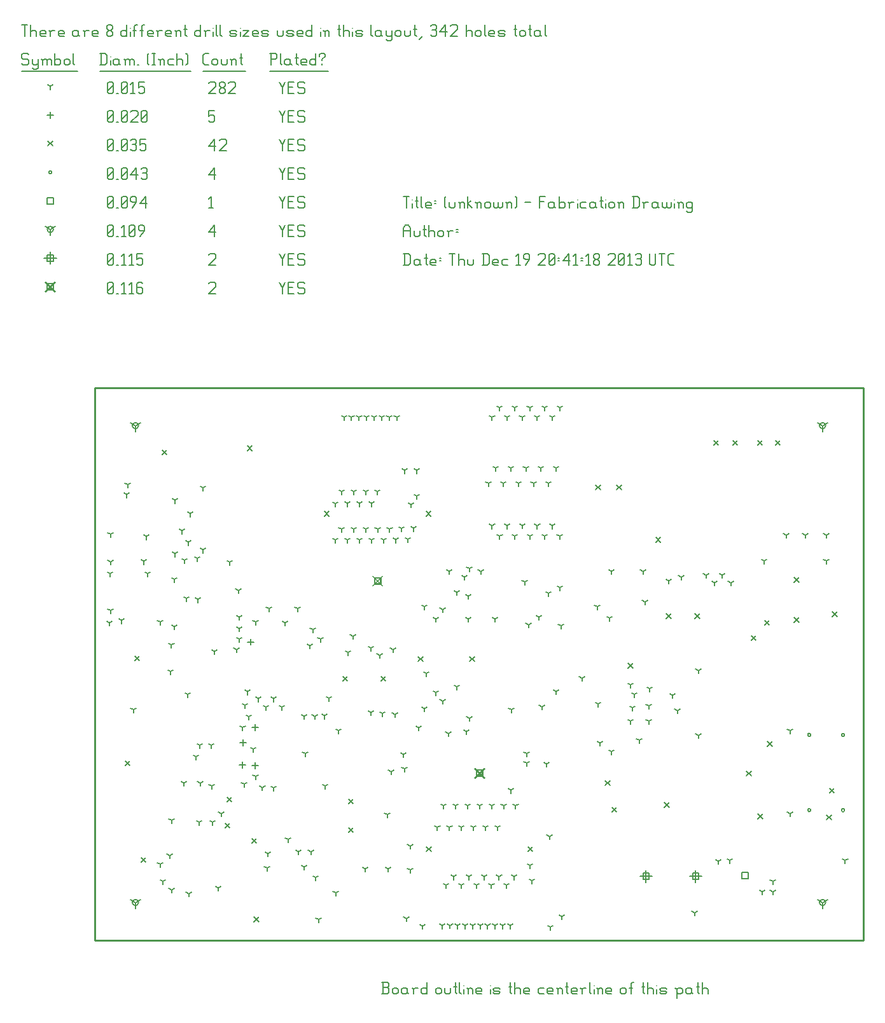
<source format=gbr>
G04 start of page 14 for group -3984 idx -3984 *
G04 Title: (unknown), fab *
G04 Creator: pcb 20110918 *
G04 CreationDate: Thu Dec 19 20:41:18 2013 UTC *
G04 For: fosse *
G04 Format: Gerber/RS-274X *
G04 PCB-Dimensions: 550000 350000 *
G04 PCB-Coordinate-Origin: lower left *
%MOIN*%
%FSLAX25Y25*%
%LNFAB*%
%ADD249C,0.0100*%
%ADD248C,0.0075*%
%ADD247C,0.0060*%
%ADD246R,0.0080X0.0080*%
%ADD245C,0.0001*%
G54D245*G36*
X237510Y109206D02*X242876Y103840D01*
X242310Y103274D01*
X236944Y108640D01*
X237510Y109206D01*
G37*
G36*
X236944Y103840D02*X242310Y109206D01*
X242876Y108640D01*
X237510Y103274D01*
X236944Y103840D01*
G37*
G54D246*X238310Y107840D02*X241510D01*
X238310D02*Y104640D01*
X241510D01*
Y107840D02*Y104640D01*
G54D245*G36*
X184100Y209966D02*X189466Y204600D01*
X188900Y204034D01*
X183534Y209400D01*
X184100Y209966D01*
G37*
G36*
X183534Y204600D02*X188900Y209966D01*
X189466Y209400D01*
X184100Y204034D01*
X183534Y204600D01*
G37*
G54D246*X184900Y208600D02*X188100D01*
X184900D02*Y205400D01*
X188100D01*
Y208600D02*Y205400D01*
G54D245*G36*
X12600Y364216D02*X17966Y358850D01*
X17400Y358284D01*
X12034Y363650D01*
X12600Y364216D01*
G37*
G36*
X12034Y358850D02*X17400Y364216D01*
X17966Y363650D01*
X12600Y358284D01*
X12034Y358850D01*
G37*
G54D246*X13400Y362850D02*X16600D01*
X13400D02*Y359650D01*
X16600D01*
Y362850D02*Y359650D01*
G54D247*X135000Y363500D02*X136500Y360500D01*
X138000Y363500D01*
X136500Y360500D02*Y357500D01*
X139800Y360800D02*X142050D01*
X139800Y357500D02*X142800D01*
X139800Y363500D02*Y357500D01*
Y363500D02*X142800D01*
X147600D02*X148350Y362750D01*
X145350Y363500D02*X147600D01*
X144600Y362750D02*X145350Y363500D01*
X144600Y362750D02*Y361250D01*
X145350Y360500D01*
X147600D01*
X148350Y359750D01*
Y358250D01*
X147600Y357500D02*X148350Y358250D01*
X145350Y357500D02*X147600D01*
X144600Y358250D02*X145350Y357500D01*
X98000Y362750D02*X98750Y363500D01*
X101000D01*
X101750Y362750D01*
Y361250D01*
X98000Y357500D02*X101750Y361250D01*
X98000Y357500D02*X101750D01*
X45000Y358250D02*X45750Y357500D01*
X45000Y362750D02*Y358250D01*
Y362750D02*X45750Y363500D01*
X47250D01*
X48000Y362750D01*
Y358250D01*
X47250Y357500D02*X48000Y358250D01*
X45750Y357500D02*X47250D01*
X45000Y359000D02*X48000Y362000D01*
X49800Y357500D02*X50550D01*
X52350Y362300D02*X53550Y363500D01*
Y357500D01*
X52350D02*X54600D01*
X56400Y362300D02*X57600Y363500D01*
Y357500D01*
X56400D02*X58650D01*
X62700Y363500D02*X63450Y362750D01*
X61200Y363500D02*X62700D01*
X60450Y362750D02*X61200Y363500D01*
X60450Y362750D02*Y358250D01*
X61200Y357500D01*
X62700Y360800D02*X63450Y360050D01*
X60450Y360800D02*X62700D01*
X61200Y357500D02*X62700D01*
X63450Y358250D01*
Y360050D02*Y358250D01*
X327110Y55290D02*Y48890D01*
X323910Y52090D02*X330310D01*
X325510Y53690D02*X328710D01*
X325510D02*Y50490D01*
X328710D01*
Y53690D02*Y50490D01*
X353110Y55290D02*Y48890D01*
X349910Y52090D02*X356310D01*
X351510Y53690D02*X354710D01*
X351510D02*Y50490D01*
X354710D01*
Y53690D02*Y50490D01*
X15000Y379450D02*Y373050D01*
X11800Y376250D02*X18200D01*
X13400Y377850D02*X16600D01*
X13400D02*Y374650D01*
X16600D01*
Y377850D02*Y374650D01*
X135000Y378500D02*X136500Y375500D01*
X138000Y378500D01*
X136500Y375500D02*Y372500D01*
X139800Y375800D02*X142050D01*
X139800Y372500D02*X142800D01*
X139800Y378500D02*Y372500D01*
Y378500D02*X142800D01*
X147600D02*X148350Y377750D01*
X145350Y378500D02*X147600D01*
X144600Y377750D02*X145350Y378500D01*
X144600Y377750D02*Y376250D01*
X145350Y375500D01*
X147600D01*
X148350Y374750D01*
Y373250D01*
X147600Y372500D02*X148350Y373250D01*
X145350Y372500D02*X147600D01*
X144600Y373250D02*X145350Y372500D01*
X98000Y377750D02*X98750Y378500D01*
X101000D01*
X101750Y377750D01*
Y376250D01*
X98000Y372500D02*X101750Y376250D01*
X98000Y372500D02*X101750D01*
X45000Y373250D02*X45750Y372500D01*
X45000Y377750D02*Y373250D01*
Y377750D02*X45750Y378500D01*
X47250D01*
X48000Y377750D01*
Y373250D01*
X47250Y372500D02*X48000Y373250D01*
X45750Y372500D02*X47250D01*
X45000Y374000D02*X48000Y377000D01*
X49800Y372500D02*X50550D01*
X52350Y377300D02*X53550Y378500D01*
Y372500D01*
X52350D02*X54600D01*
X56400Y377300D02*X57600Y378500D01*
Y372500D01*
X56400D02*X58650D01*
X60450Y378500D02*X63450D01*
X60450D02*Y375500D01*
X61200Y376250D01*
X62700D01*
X63450Y375500D01*
Y373250D01*
X62700Y372500D02*X63450Y373250D01*
X61200Y372500D02*X62700D01*
X60450Y373250D02*X61200Y372500D01*
X59610Y288340D02*Y285140D01*
Y288340D02*X62383Y289940D01*
X59610Y288340D02*X56837Y289940D01*
X58010Y288340D02*G75*G03X61210Y288340I1600J0D01*G01*
G75*G03X58010Y288340I-1600J0D01*G01*
X419610D02*Y285140D01*
Y288340D02*X422383Y289940D01*
X419610Y288340D02*X416837Y289940D01*
X418010Y288340D02*G75*G03X421210Y288340I1600J0D01*G01*
G75*G03X418010Y288340I-1600J0D01*G01*
X59610Y38340D02*Y35140D01*
Y38340D02*X62383Y39940D01*
X59610Y38340D02*X56837Y39940D01*
X58010Y38340D02*G75*G03X61210Y38340I1600J0D01*G01*
G75*G03X58010Y38340I-1600J0D01*G01*
X419610D02*Y35140D01*
Y38340D02*X422383Y39940D01*
X419610Y38340D02*X416837Y39940D01*
X418010Y38340D02*G75*G03X421210Y38340I1600J0D01*G01*
G75*G03X418010Y38340I-1600J0D01*G01*
X15000Y391250D02*Y388050D01*
Y391250D02*X17773Y392850D01*
X15000Y391250D02*X12227Y392850D01*
X13400Y391250D02*G75*G03X16600Y391250I1600J0D01*G01*
G75*G03X13400Y391250I-1600J0D01*G01*
X135000Y393500D02*X136500Y390500D01*
X138000Y393500D01*
X136500Y390500D02*Y387500D01*
X139800Y390800D02*X142050D01*
X139800Y387500D02*X142800D01*
X139800Y393500D02*Y387500D01*
Y393500D02*X142800D01*
X147600D02*X148350Y392750D01*
X145350Y393500D02*X147600D01*
X144600Y392750D02*X145350Y393500D01*
X144600Y392750D02*Y391250D01*
X145350Y390500D01*
X147600D01*
X148350Y389750D01*
Y388250D01*
X147600Y387500D02*X148350Y388250D01*
X145350Y387500D02*X147600D01*
X144600Y388250D02*X145350Y387500D01*
X98000Y389750D02*X101000Y393500D01*
X98000Y389750D02*X101750D01*
X101000Y393500D02*Y387500D01*
X45000Y388250D02*X45750Y387500D01*
X45000Y392750D02*Y388250D01*
Y392750D02*X45750Y393500D01*
X47250D01*
X48000Y392750D01*
Y388250D01*
X47250Y387500D02*X48000Y388250D01*
X45750Y387500D02*X47250D01*
X45000Y389000D02*X48000Y392000D01*
X49800Y387500D02*X50550D01*
X52350Y392300D02*X53550Y393500D01*
Y387500D01*
X52350D02*X54600D01*
X56400Y388250D02*X57150Y387500D01*
X56400Y392750D02*Y388250D01*
Y392750D02*X57150Y393500D01*
X58650D01*
X59400Y392750D01*
Y388250D01*
X58650Y387500D02*X59400Y388250D01*
X57150Y387500D02*X58650D01*
X56400Y389000D02*X59400Y392000D01*
X61950Y387500D02*X64200Y390500D01*
Y392750D02*Y390500D01*
X63450Y393500D02*X64200Y392750D01*
X61950Y393500D02*X63450D01*
X61200Y392750D02*X61950Y393500D01*
X61200Y392750D02*Y391250D01*
X61950Y390500D01*
X64200D01*
X377400Y54100D02*X380600D01*
X377400D02*Y50900D01*
X380600D01*
Y54100D02*Y50900D01*
X13400Y407850D02*X16600D01*
X13400D02*Y404650D01*
X16600D01*
Y407850D02*Y404650D01*
X135000Y408500D02*X136500Y405500D01*
X138000Y408500D01*
X136500Y405500D02*Y402500D01*
X139800Y405800D02*X142050D01*
X139800Y402500D02*X142800D01*
X139800Y408500D02*Y402500D01*
Y408500D02*X142800D01*
X147600D02*X148350Y407750D01*
X145350Y408500D02*X147600D01*
X144600Y407750D02*X145350Y408500D01*
X144600Y407750D02*Y406250D01*
X145350Y405500D01*
X147600D01*
X148350Y404750D01*
Y403250D01*
X147600Y402500D02*X148350Y403250D01*
X145350Y402500D02*X147600D01*
X144600Y403250D02*X145350Y402500D01*
X98000Y407300D02*X99200Y408500D01*
Y402500D01*
X98000D02*X100250D01*
X45000Y403250D02*X45750Y402500D01*
X45000Y407750D02*Y403250D01*
Y407750D02*X45750Y408500D01*
X47250D01*
X48000Y407750D01*
Y403250D01*
X47250Y402500D02*X48000Y403250D01*
X45750Y402500D02*X47250D01*
X45000Y404000D02*X48000Y407000D01*
X49800Y402500D02*X50550D01*
X52350Y403250D02*X53100Y402500D01*
X52350Y407750D02*Y403250D01*
Y407750D02*X53100Y408500D01*
X54600D01*
X55350Y407750D01*
Y403250D01*
X54600Y402500D02*X55350Y403250D01*
X53100Y402500D02*X54600D01*
X52350Y404000D02*X55350Y407000D01*
X57900Y402500D02*X60150Y405500D01*
Y407750D02*Y405500D01*
X59400Y408500D02*X60150Y407750D01*
X57900Y408500D02*X59400D01*
X57150Y407750D02*X57900Y408500D01*
X57150Y407750D02*Y406250D01*
X57900Y405500D01*
X60150D01*
X61950Y404750D02*X64950Y408500D01*
X61950Y404750D02*X65700D01*
X64950Y408500D02*Y402500D01*
X429527Y86744D02*G75*G03X431127Y86744I800J0D01*G01*
G75*G03X429527Y86744I-800J0D01*G01*
X411810D02*G75*G03X413410Y86744I800J0D01*G01*
G75*G03X411810Y86744I-800J0D01*G01*
X429527Y126256D02*G75*G03X431127Y126256I800J0D01*G01*
G75*G03X429527Y126256I-800J0D01*G01*
X411810D02*G75*G03X413410Y126256I800J0D01*G01*
G75*G03X411810Y126256I-800J0D01*G01*
X14200Y421250D02*G75*G03X15800Y421250I800J0D01*G01*
G75*G03X14200Y421250I-800J0D01*G01*
X135000Y423500D02*X136500Y420500D01*
X138000Y423500D01*
X136500Y420500D02*Y417500D01*
X139800Y420800D02*X142050D01*
X139800Y417500D02*X142800D01*
X139800Y423500D02*Y417500D01*
Y423500D02*X142800D01*
X147600D02*X148350Y422750D01*
X145350Y423500D02*X147600D01*
X144600Y422750D02*X145350Y423500D01*
X144600Y422750D02*Y421250D01*
X145350Y420500D01*
X147600D01*
X148350Y419750D01*
Y418250D01*
X147600Y417500D02*X148350Y418250D01*
X145350Y417500D02*X147600D01*
X144600Y418250D02*X145350Y417500D01*
X98000Y419750D02*X101000Y423500D01*
X98000Y419750D02*X101750D01*
X101000Y423500D02*Y417500D01*
X45000Y418250D02*X45750Y417500D01*
X45000Y422750D02*Y418250D01*
Y422750D02*X45750Y423500D01*
X47250D01*
X48000Y422750D01*
Y418250D01*
X47250Y417500D02*X48000Y418250D01*
X45750Y417500D02*X47250D01*
X45000Y419000D02*X48000Y422000D01*
X49800Y417500D02*X50550D01*
X52350Y418250D02*X53100Y417500D01*
X52350Y422750D02*Y418250D01*
Y422750D02*X53100Y423500D01*
X54600D01*
X55350Y422750D01*
Y418250D01*
X54600Y417500D02*X55350Y418250D01*
X53100Y417500D02*X54600D01*
X52350Y419000D02*X55350Y422000D01*
X57150Y419750D02*X60150Y423500D01*
X57150Y419750D02*X60900D01*
X60150Y423500D02*Y417500D01*
X62700Y422750D02*X63450Y423500D01*
X64950D01*
X65700Y422750D01*
X64950Y417500D02*X65700Y418250D01*
X63450Y417500D02*X64950D01*
X62700Y418250D02*X63450Y417500D01*
Y420800D02*X64950D01*
X65700Y422750D02*Y421550D01*
Y420050D02*Y418250D01*
Y420050D02*X64950Y420800D01*
X65700Y421550D02*X64950Y420800D01*
X336800Y90700D02*X339200Y88300D01*
X336800D02*X339200Y90700D01*
X309300Y88200D02*X311700Y85800D01*
X309300D02*X311700Y88200D01*
X305800Y102200D02*X308200Y99800D01*
X305800D02*X308200Y102200D01*
X317800Y163700D02*X320200Y161300D01*
X317800D02*X320200Y163700D01*
X121800Y30700D02*X124200Y28300D01*
X121800D02*X124200Y30700D01*
X234800Y167200D02*X237200Y164800D01*
X234800D02*X237200Y167200D01*
X207800D02*X210200Y164800D01*
X207800D02*X210200Y167200D01*
X332300Y229700D02*X334700Y227300D01*
X332300D02*X334700Y229700D01*
X311800Y257200D02*X314200Y254800D01*
X311800D02*X314200Y257200D01*
X300800D02*X303200Y254800D01*
X300800D02*X303200Y257200D01*
X73710Y275440D02*X76110Y273040D01*
X73710D02*X76110Y275440D01*
X352800Y189700D02*X355200Y187300D01*
X352800D02*X355200Y189700D01*
X337800D02*X340200Y187300D01*
X337800D02*X340200Y189700D01*
X118300Y277700D02*X120700Y275300D01*
X118300D02*X120700Y277700D01*
X171210Y77440D02*X173610Y75040D01*
X171210D02*X173610Y77440D01*
X188210Y156940D02*X190610Y154540D01*
X188210D02*X190610Y156940D01*
X168210D02*X170610Y154540D01*
X168210D02*X170610Y156940D01*
X171210Y92440D02*X173610Y90040D01*
X171210D02*X173610Y92440D01*
X62710Y61940D02*X65110Y59540D01*
X62710D02*X65110Y61940D01*
X54210Y112440D02*X56610Y110040D01*
X54210D02*X56610Y112440D01*
X59210Y167440D02*X61610Y165040D01*
X59210D02*X61610Y167440D01*
X106710Y79940D02*X109110Y77540D01*
X106710D02*X109110Y79940D01*
X120710Y71940D02*X123110Y69540D01*
X120710D02*X123110Y71940D01*
X107710Y93440D02*X110110Y91040D01*
X107710D02*X110110Y93440D01*
X362550Y280450D02*X364950Y278050D01*
X362550D02*X364950Y280450D01*
X372550D02*X374950Y278050D01*
X372550D02*X374950Y280450D01*
X395050D02*X397450Y278050D01*
X395050D02*X397450Y280450D01*
X385550D02*X387950Y278050D01*
X385550D02*X387950Y280450D01*
X379800Y107200D02*X382200Y104800D01*
X379800D02*X382200Y107200D01*
X385800Y84700D02*X388200Y82300D01*
X385800D02*X388200Y84700D01*
X424800Y190700D02*X427200Y188300D01*
X424800D02*X427200Y190700D01*
X382300Y178200D02*X384700Y175800D01*
X382300D02*X384700Y178200D01*
X389300Y186200D02*X391700Y183800D01*
X389300D02*X391700Y186200D01*
X404800Y187700D02*X407200Y185300D01*
X404800D02*X407200Y187700D01*
X404800Y208700D02*X407200Y206300D01*
X404800D02*X407200Y208700D01*
X423300Y98200D02*X425700Y95800D01*
X423300D02*X425700Y98200D01*
X421800Y84200D02*X424200Y81800D01*
X421800D02*X424200Y84200D01*
X390800Y122700D02*X393200Y120300D01*
X390800D02*X393200Y122700D01*
X265285Y67644D02*X267685Y65244D01*
X265285D02*X267685Y67644D01*
X212135D02*X214535Y65244D01*
X212135D02*X214535Y67644D01*
X211876Y243406D02*X214276Y241006D01*
X211876D02*X214276Y243406D01*
X158726D02*X161126Y241006D01*
X158726D02*X161126Y243406D01*
X13800Y437450D02*X16200Y435050D01*
X13800D02*X16200Y437450D01*
X135000Y438500D02*X136500Y435500D01*
X138000Y438500D01*
X136500Y435500D02*Y432500D01*
X139800Y435800D02*X142050D01*
X139800Y432500D02*X142800D01*
X139800Y438500D02*Y432500D01*
Y438500D02*X142800D01*
X147600D02*X148350Y437750D01*
X145350Y438500D02*X147600D01*
X144600Y437750D02*X145350Y438500D01*
X144600Y437750D02*Y436250D01*
X145350Y435500D01*
X147600D01*
X148350Y434750D01*
Y433250D01*
X147600Y432500D02*X148350Y433250D01*
X145350Y432500D02*X147600D01*
X144600Y433250D02*X145350Y432500D01*
X98000Y434750D02*X101000Y438500D01*
X98000Y434750D02*X101750D01*
X101000Y438500D02*Y432500D01*
X103550Y437750D02*X104300Y438500D01*
X106550D01*
X107300Y437750D01*
Y436250D01*
X103550Y432500D02*X107300Y436250D01*
X103550Y432500D02*X107300D01*
X45000Y433250D02*X45750Y432500D01*
X45000Y437750D02*Y433250D01*
Y437750D02*X45750Y438500D01*
X47250D01*
X48000Y437750D01*
Y433250D01*
X47250Y432500D02*X48000Y433250D01*
X45750Y432500D02*X47250D01*
X45000Y434000D02*X48000Y437000D01*
X49800Y432500D02*X50550D01*
X52350Y433250D02*X53100Y432500D01*
X52350Y437750D02*Y433250D01*
Y437750D02*X53100Y438500D01*
X54600D01*
X55350Y437750D01*
Y433250D01*
X54600Y432500D02*X55350Y433250D01*
X53100Y432500D02*X54600D01*
X52350Y434000D02*X55350Y437000D01*
X57150Y437750D02*X57900Y438500D01*
X59400D01*
X60150Y437750D01*
X59400Y432500D02*X60150Y433250D01*
X57900Y432500D02*X59400D01*
X57150Y433250D02*X57900Y432500D01*
Y435800D02*X59400D01*
X60150Y437750D02*Y436550D01*
Y435050D02*Y433250D01*
Y435050D02*X59400Y435800D01*
X60150Y436550D02*X59400Y435800D01*
X61950Y438500D02*X64950D01*
X61950D02*Y435500D01*
X62700Y436250D01*
X64200D01*
X64950Y435500D01*
Y433250D01*
X64200Y432500D02*X64950Y433250D01*
X62700Y432500D02*X64200D01*
X61950Y433250D02*X62700Y432500D01*
X120000Y176600D02*Y173400D01*
X118400Y175000D02*X121600D01*
X122410Y131840D02*Y128640D01*
X120810Y130240D02*X124010D01*
X115910Y123840D02*Y120640D01*
X114310Y122240D02*X117510D01*
X122410Y111840D02*Y108640D01*
X120810Y110240D02*X124010D01*
X115689Y112061D02*Y108861D01*
X114089Y110461D02*X117289D01*
X15000Y452850D02*Y449650D01*
X13400Y451250D02*X16600D01*
X135000Y453500D02*X136500Y450500D01*
X138000Y453500D01*
X136500Y450500D02*Y447500D01*
X139800Y450800D02*X142050D01*
X139800Y447500D02*X142800D01*
X139800Y453500D02*Y447500D01*
Y453500D02*X142800D01*
X147600D02*X148350Y452750D01*
X145350Y453500D02*X147600D01*
X144600Y452750D02*X145350Y453500D01*
X144600Y452750D02*Y451250D01*
X145350Y450500D01*
X147600D01*
X148350Y449750D01*
Y448250D01*
X147600Y447500D02*X148350Y448250D01*
X145350Y447500D02*X147600D01*
X144600Y448250D02*X145350Y447500D01*
X98000Y453500D02*X101000D01*
X98000D02*Y450500D01*
X98750Y451250D01*
X100250D01*
X101000Y450500D01*
Y448250D01*
X100250Y447500D02*X101000Y448250D01*
X98750Y447500D02*X100250D01*
X98000Y448250D02*X98750Y447500D01*
X45000Y448250D02*X45750Y447500D01*
X45000Y452750D02*Y448250D01*
Y452750D02*X45750Y453500D01*
X47250D01*
X48000Y452750D01*
Y448250D01*
X47250Y447500D02*X48000Y448250D01*
X45750Y447500D02*X47250D01*
X45000Y449000D02*X48000Y452000D01*
X49800Y447500D02*X50550D01*
X52350Y448250D02*X53100Y447500D01*
X52350Y452750D02*Y448250D01*
Y452750D02*X53100Y453500D01*
X54600D01*
X55350Y452750D01*
Y448250D01*
X54600Y447500D02*X55350Y448250D01*
X53100Y447500D02*X54600D01*
X52350Y449000D02*X55350Y452000D01*
X57150Y452750D02*X57900Y453500D01*
X60150D01*
X60900Y452750D01*
Y451250D01*
X57150Y447500D02*X60900Y451250D01*
X57150Y447500D02*X60900D01*
X62700Y448250D02*X63450Y447500D01*
X62700Y452750D02*Y448250D01*
Y452750D02*X63450Y453500D01*
X64950D01*
X65700Y452750D01*
Y448250D01*
X64950Y447500D02*X65700Y448250D01*
X63450Y447500D02*X64950D01*
X62700Y449000D02*X65700Y452000D01*
X276500Y73000D02*Y71400D01*
Y73000D02*X277887Y73800D01*
X276500Y73000D02*X275113Y73800D01*
X277000Y25500D02*Y23900D01*
Y25500D02*X278387Y26300D01*
X277000Y25500D02*X275613Y26300D01*
X203500Y55500D02*Y53900D01*
Y55500D02*X204887Y56300D01*
X203500Y55500D02*X202113Y56300D01*
X203500Y68000D02*Y66400D01*
Y68000D02*X204887Y68800D01*
X203500Y68000D02*X202113Y68800D01*
X180095Y56000D02*Y54400D01*
Y56000D02*X181482Y56800D01*
X180095Y56000D02*X178708Y56800D01*
X192095Y56000D02*Y54400D01*
Y56000D02*X193482Y56800D01*
X192095Y56000D02*X190708Y56800D01*
X256250Y97250D02*Y95650D01*
Y97250D02*X257637Y98050D01*
X256250Y97250D02*X254863Y98050D01*
X283000Y31000D02*Y29400D01*
Y31000D02*X284387Y31800D01*
X283000Y31000D02*X281613Y31800D01*
X393500Y44000D02*Y42400D01*
Y44000D02*X394887Y44800D01*
X393500Y44000D02*X392113Y44800D01*
X352500Y33000D02*Y31400D01*
Y33000D02*X353887Y33800D01*
X352500Y33000D02*X351113Y33800D01*
X210000Y26000D02*Y24400D01*
Y26000D02*X211387Y26800D01*
X210000Y26000D02*X208613Y26800D01*
X201500Y30000D02*Y28400D01*
Y30000D02*X202887Y30800D01*
X201500Y30000D02*X200113Y30800D01*
X132000Y98500D02*Y96900D01*
Y98500D02*X133387Y99300D01*
X132000Y98500D02*X130613Y99300D01*
X139500Y71500D02*Y69900D01*
Y71500D02*X140887Y72300D01*
X139500Y71500D02*X138113Y72300D01*
X223500Y127000D02*Y125400D01*
Y127000D02*X224887Y127800D01*
X223500Y127000D02*X222113Y127800D01*
X233000Y128000D02*Y126400D01*
Y128000D02*X234387Y128800D01*
X233000Y128000D02*X231613Y128800D01*
X121410Y118740D02*Y117140D01*
Y118740D02*X122797Y119540D01*
X121410Y118740D02*X120023Y119540D01*
X256500Y139500D02*Y137900D01*
Y139500D02*X257887Y140300D01*
X256500Y139500D02*X255113Y140300D01*
X187500Y168000D02*Y166400D01*
Y168000D02*X188887Y168800D01*
X187500Y168000D02*X186113Y168800D01*
X212000Y158500D02*Y156900D01*
Y158500D02*X213387Y159300D01*
X212000Y158500D02*X210613Y159300D01*
X275000Y111000D02*Y109400D01*
Y111000D02*X276387Y111800D01*
X275000Y111000D02*X273613Y111800D01*
X194500Y171000D02*Y169400D01*
Y171000D02*X195887Y171800D01*
X194500Y171000D02*X193113Y171800D01*
X234500Y135000D02*Y133400D01*
Y135000D02*X235887Y135800D01*
X234500Y135000D02*X233113Y135800D01*
X264500Y116500D02*Y114900D01*
Y116500D02*X265887Y117300D01*
X264500Y116500D02*X263113Y117300D01*
X264500Y111500D02*Y109900D01*
Y111500D02*X265887Y112300D01*
X264500Y111500D02*X263113Y112300D01*
X234000Y187000D02*Y185400D01*
Y187000D02*X235387Y187800D01*
X234000Y187000D02*X232613Y187800D01*
X234000Y199000D02*Y197400D01*
Y199000D02*X235387Y199800D01*
X234000Y199000D02*X232613Y199800D01*
X220500Y192000D02*Y190400D01*
Y192000D02*X221887Y192800D01*
X220500Y192000D02*X219113Y192800D01*
X217000Y187000D02*Y185400D01*
Y187000D02*X218387Y187800D01*
X217000Y187000D02*X215613Y187800D01*
X217000Y148500D02*Y146900D01*
Y148500D02*X218387Y149300D01*
X217000Y148500D02*X215613Y149300D01*
X248000Y187000D02*Y185400D01*
Y187000D02*X249387Y187800D01*
X248000Y187000D02*X246613Y187800D01*
X321000Y147500D02*Y145900D01*
Y147500D02*X322387Y148300D01*
X321000Y147500D02*X319613Y148300D01*
X320000Y140500D02*Y138900D01*
Y140500D02*X321387Y141300D01*
X320000Y140500D02*X318613Y141300D01*
X280000Y149000D02*Y147400D01*
Y149000D02*X281387Y149800D01*
X280000Y149000D02*X278613Y149800D01*
X272500Y141000D02*Y139400D01*
Y141000D02*X273887Y141800D01*
X272500Y141000D02*X271113Y141800D01*
X293500Y156000D02*Y154400D01*
Y156000D02*X294887Y156800D01*
X293500Y156000D02*X292113Y156800D01*
X319000Y152500D02*Y150900D01*
Y152500D02*X320387Y153300D01*
X319000Y152500D02*X317613Y153300D01*
X303000Y122000D02*Y120400D01*
Y122000D02*X304387Y122800D01*
X303000Y122000D02*X301613Y122800D01*
X328500Y133500D02*Y131900D01*
Y133500D02*X329887Y134300D01*
X328500Y133500D02*X327113Y134300D01*
X319000Y133500D02*Y131900D01*
Y133500D02*X320387Y134300D01*
X319000Y133500D02*X317613Y134300D01*
X329000Y150500D02*Y148900D01*
Y150500D02*X330387Y151300D01*
X329000Y150500D02*X327613Y151300D01*
X302000Y142500D02*Y140900D01*
Y142500D02*X303387Y143300D01*
X302000Y142500D02*X300613Y143300D01*
X354500Y126000D02*Y124400D01*
Y126000D02*X355887Y126800D01*
X354500Y126000D02*X353113Y126800D01*
X354500Y160000D02*Y158400D01*
Y160000D02*X355887Y160800D01*
X354500Y160000D02*X353113Y160800D01*
X309000Y117500D02*Y115900D01*
Y117500D02*X310387Y118300D01*
X309000Y117500D02*X307613Y118300D01*
X323500Y123500D02*Y121900D01*
Y123500D02*X324887Y124300D01*
X323500Y123500D02*X322113Y124300D01*
X328500Y141500D02*Y139900D01*
Y141500D02*X329887Y142300D01*
X328500Y141500D02*X327113Y142300D01*
X341000Y147000D02*Y145400D01*
Y147000D02*X342387Y147800D01*
X341000Y147000D02*X339613Y147800D01*
X343500Y139000D02*Y137400D01*
Y139000D02*X344887Y139800D01*
X343500Y139000D02*X342113Y139800D01*
X234500Y213500D02*Y211900D01*
Y213500D02*X235887Y214300D01*
X234500Y213500D02*X233113Y214300D01*
X148000Y57000D02*Y55400D01*
Y57000D02*X149387Y57800D01*
X148000Y57000D02*X146613Y57800D01*
X129000Y64000D02*Y62400D01*
Y64000D02*X130387Y64800D01*
X129000Y64000D02*X127613Y64800D01*
X228000Y201000D02*Y199400D01*
Y201000D02*X229387Y201800D01*
X228000Y201000D02*X226613Y201800D01*
X228000Y151500D02*Y149900D01*
Y151500D02*X229387Y152300D01*
X228000Y151500D02*X226613Y152300D01*
X224000Y212000D02*Y210400D01*
Y212000D02*X225387Y212800D01*
X224000Y212000D02*X222613Y212800D01*
X232000Y209000D02*Y207400D01*
Y209000D02*X233387Y209800D01*
X232000Y209000D02*X230613Y209800D01*
X204000Y247000D02*Y245400D01*
Y247000D02*X205387Y247800D01*
X204000Y247000D02*X202613Y247800D01*
X207000Y251500D02*Y249900D01*
Y251500D02*X208387Y252300D01*
X207000Y251500D02*X205613Y252300D01*
X208000Y130000D02*Y128400D01*
Y130000D02*X209387Y130800D01*
X208000Y130000D02*X206613Y130800D01*
X220500Y144000D02*Y142400D01*
Y144000D02*X221887Y144800D01*
X220500Y144000D02*X219113Y144800D01*
X171000Y169500D02*Y167900D01*
Y169500D02*X172387Y170300D01*
X171000Y169500D02*X169613Y170300D01*
X173500Y178000D02*Y176400D01*
Y178000D02*X174887Y178800D01*
X173500Y178000D02*X172113Y178800D01*
X211000Y140000D02*Y138400D01*
Y140000D02*X212387Y140800D01*
X211000Y140000D02*X209613Y140800D01*
X159000Y99500D02*Y97900D01*
Y99500D02*X160387Y100300D01*
X159000Y99500D02*X157613Y100300D01*
X200000Y116000D02*Y114400D01*
Y116000D02*X201387Y116800D01*
X200000Y116000D02*X198613Y116800D01*
X276000Y200500D02*Y198900D01*
Y200500D02*X277387Y201300D01*
X276000Y200500D02*X274613Y201300D01*
X271000Y188000D02*Y186400D01*
Y188000D02*X272387Y188800D01*
X271000Y188000D02*X269613Y188800D01*
X265500Y184000D02*Y182400D01*
Y184000D02*X266887Y184800D01*
X265500Y184000D02*X264113Y184800D01*
X103000Y46000D02*Y44400D01*
Y46000D02*X104387Y46800D01*
X103000Y46000D02*X101613Y46800D01*
X87500Y43000D02*Y41400D01*
Y43000D02*X88887Y43800D01*
X87500Y43000D02*X86113Y43800D01*
X128500Y56500D02*Y54900D01*
Y56500D02*X129887Y57300D01*
X128500Y56500D02*X127113Y57300D01*
X74000Y49500D02*Y47900D01*
Y49500D02*X75387Y50300D01*
X74000Y49500D02*X72613Y50300D01*
X72500Y58500D02*Y56900D01*
Y58500D02*X73887Y59300D01*
X72500Y58500D02*X71113Y59300D01*
X58500Y139500D02*Y137900D01*
Y139500D02*X59887Y140300D01*
X58500Y139500D02*X57113Y140300D01*
X87000Y147500D02*Y145900D01*
Y147500D02*X88387Y148300D01*
X87000Y147500D02*X85613Y148300D01*
X78500Y81500D02*Y79900D01*
Y81500D02*X79887Y82300D01*
X78500Y81500D02*X77113Y82300D01*
X85000Y101000D02*Y99400D01*
Y101000D02*X86387Y101800D01*
X85000Y101000D02*X83613Y101800D01*
X93500Y101000D02*Y99400D01*
Y101000D02*X94887Y101800D01*
X93500Y101000D02*X92113Y101800D01*
X78500Y45000D02*Y43400D01*
Y45000D02*X79887Y45800D01*
X78500Y45000D02*X77113Y45800D01*
X155500Y29500D02*Y27900D01*
Y29500D02*X156887Y30300D01*
X155500Y29500D02*X154113Y30300D01*
X154000Y51500D02*Y49900D01*
Y51500D02*X155387Y52300D01*
X154000Y51500D02*X152613Y52300D01*
X191500Y84500D02*Y82900D01*
Y84500D02*X192887Y85300D01*
X191500Y84500D02*X190113Y85300D01*
X80410Y249240D02*Y247640D01*
Y249240D02*X81797Y250040D01*
X80410Y249240D02*X79023Y250040D01*
X200710Y264940D02*Y263340D01*
Y264940D02*X202097Y265740D01*
X200710Y264940D02*X199323Y265740D01*
X151500Y65000D02*Y63400D01*
Y65000D02*X152887Y65800D01*
X151500Y65000D02*X150113Y65800D01*
X126130Y98630D02*Y97030D01*
Y98630D02*X127517Y99430D01*
X126130Y98630D02*X124743Y99430D01*
X145000Y65000D02*Y63400D01*
Y65000D02*X146387Y65800D01*
X145000Y65000D02*X143613Y65800D01*
X164500Y43500D02*Y41900D01*
Y43500D02*X165887Y44300D01*
X164500Y43500D02*X163113Y44300D01*
X131910Y145240D02*Y143640D01*
Y145240D02*X133297Y146040D01*
X131910Y145240D02*X130523Y146040D01*
X91410Y114740D02*Y113140D01*
Y114740D02*X92797Y115540D01*
X91410Y114740D02*X90023Y115540D01*
X93410Y120740D02*Y119140D01*
Y120740D02*X94797Y121540D01*
X93410Y120740D02*X92023Y121540D01*
X99410Y120740D02*Y119140D01*
Y120740D02*X100797Y121540D01*
X99410Y120740D02*X98023Y121540D01*
X55500Y257500D02*Y255900D01*
Y257500D02*X56887Y258300D01*
X55500Y257500D02*X54113Y258300D01*
X46000Y185000D02*Y183400D01*
Y185000D02*X47387Y185800D01*
X46000Y185000D02*X44613Y185800D01*
X72500Y185500D02*Y183900D01*
Y185500D02*X73887Y186300D01*
X72500Y185500D02*X71113Y186300D01*
X114000Y176500D02*Y174900D01*
Y176500D02*X115387Y177300D01*
X114000Y176500D02*X112613Y177300D01*
X114000Y182000D02*Y180400D01*
Y182000D02*X115387Y182800D01*
X114000Y182000D02*X112613Y182800D01*
X151000Y173000D02*Y171400D01*
Y173000D02*X152387Y173800D01*
X151000Y173000D02*X149613Y173800D01*
X148500Y116500D02*Y114900D01*
Y116500D02*X149887Y117300D01*
X148500Y116500D02*X147113Y117300D01*
X115816Y130146D02*Y128546D01*
Y130146D02*X117203Y130946D01*
X115816Y130146D02*X114429Y130946D01*
X118910Y135740D02*Y134140D01*
Y135740D02*X120297Y136540D01*
X118910Y135740D02*X117523Y136540D01*
X116910Y141740D02*Y140140D01*
Y141740D02*X118297Y142540D01*
X116910Y141740D02*X115523Y142540D01*
X118257Y148893D02*Y147293D01*
Y148893D02*X119644Y149693D01*
X118257Y148893D02*X116870Y149693D01*
X136410Y140740D02*Y139140D01*
Y140740D02*X137797Y141540D01*
X136410Y140740D02*X135023Y141540D01*
X127910Y140740D02*Y139140D01*
Y140740D02*X129297Y141540D01*
X127910Y140740D02*X126523Y141540D01*
X123910Y145240D02*Y143640D01*
Y145240D02*X125297Y146040D01*
X123910Y145240D02*X122523Y146040D01*
X77500Y63000D02*Y61400D01*
Y63000D02*X78887Y63800D01*
X77500Y63000D02*X76113Y63800D01*
X78000Y159500D02*Y157900D01*
Y159500D02*X79387Y160300D01*
X78000Y159500D02*X76613Y160300D01*
X78457Y173457D02*Y171857D01*
Y173457D02*X79844Y174257D01*
X78457Y173457D02*X77070Y174257D01*
X240500Y212000D02*Y210400D01*
Y212000D02*X241887Y212800D01*
X240500Y212000D02*X239113Y212800D01*
X104500Y85000D02*Y83400D01*
Y85000D02*X105887Y85800D01*
X104500Y85000D02*X103113Y85800D01*
X144500Y192500D02*Y190900D01*
Y192500D02*X145887Y193300D01*
X144500Y192500D02*X143113Y193300D01*
X129500Y192500D02*Y190900D01*
Y192500D02*X130887Y193300D01*
X129500Y192500D02*X128113Y193300D01*
X101000Y170000D02*Y168400D01*
Y170000D02*X102387Y170800D01*
X101000Y170000D02*X99613Y170800D01*
X100000Y80500D02*Y78900D01*
Y80500D02*X101387Y81300D01*
X100000Y80500D02*X98613Y81300D01*
X93000Y80500D02*Y78900D01*
Y80500D02*X94387Y81300D01*
X93000Y80500D02*X91613Y81300D01*
X99500Y99500D02*Y97900D01*
Y99500D02*X100887Y100300D01*
X99500Y99500D02*X98113Y100300D01*
X116500Y100500D02*Y98900D01*
Y100500D02*X117887Y101300D01*
X116500Y100500D02*X115113Y101300D01*
X122500Y104500D02*Y102900D01*
Y104500D02*X123887Y105300D01*
X122500Y104500D02*X121113Y105300D01*
X166000Y128500D02*Y126900D01*
Y128500D02*X167387Y129300D01*
X166000Y128500D02*X164613Y129300D01*
X189000Y137500D02*Y135900D01*
Y137500D02*X190387Y138300D01*
X189000Y137500D02*X187613Y138300D01*
X122500Y185500D02*Y183900D01*
Y185500D02*X123887Y186300D01*
X122500Y185500D02*X121113Y186300D01*
X114000Y188000D02*Y186400D01*
Y188000D02*X115387Y188800D01*
X114000Y188000D02*X112613Y188800D01*
X308000Y187500D02*Y185900D01*
Y187500D02*X309387Y188300D01*
X308000Y187500D02*X306613Y188300D01*
X200500Y108500D02*Y106900D01*
Y108500D02*X201887Y109300D01*
X200500Y108500D02*X199113Y109300D01*
X309000Y212000D02*Y210400D01*
Y212000D02*X310387Y212800D01*
X309000Y212000D02*X307613Y212800D01*
X193500Y107000D02*Y105400D01*
Y107000D02*X194887Y107800D01*
X193500Y107000D02*X192113Y107800D01*
X195500Y137000D02*Y135400D01*
Y137000D02*X196887Y137800D01*
X195500Y137000D02*X194113Y137800D01*
X263500Y206500D02*Y204900D01*
Y206500D02*X264887Y207300D01*
X263500Y206500D02*X262113Y207300D01*
X358500Y210000D02*Y208400D01*
Y210000D02*X359887Y210800D01*
X358500Y210000D02*X357113Y210800D01*
X371500Y206000D02*Y204400D01*
Y206000D02*X372887Y206800D01*
X371500Y206000D02*X370113Y206800D01*
X367000Y210000D02*Y208400D01*
Y210000D02*X368387Y210800D01*
X367000Y210000D02*X365613Y210800D01*
X363000Y206000D02*Y204400D01*
Y206000D02*X364387Y206800D01*
X363000Y206000D02*X361613Y206800D01*
X326500Y196000D02*Y194400D01*
Y196000D02*X327887Y196800D01*
X326500Y196000D02*X325113Y196800D01*
X325500Y212000D02*Y210400D01*
Y212000D02*X326887Y212800D01*
X325500Y212000D02*X324113Y212800D01*
X339000Y207000D02*Y205400D01*
Y207000D02*X340387Y207800D01*
X339000Y207000D02*X337613Y207800D01*
X345500Y209000D02*Y207400D01*
Y209000D02*X346887Y209800D01*
X345500Y209000D02*X344113Y209800D01*
X183000Y171800D02*Y170200D01*
Y171800D02*X184387Y172600D01*
X183000Y171800D02*X181613Y172600D01*
X301500Y193500D02*Y191900D01*
Y193500D02*X302887Y194300D01*
X301500Y193500D02*X300113Y194300D01*
X282500Y183500D02*Y181900D01*
Y183500D02*X283887Y184300D01*
X282500Y183500D02*X281113Y184300D01*
X282000Y203500D02*Y201900D01*
Y203500D02*X283387Y204300D01*
X282000Y203500D02*X280613Y204300D01*
X207010Y264940D02*Y263340D01*
Y264940D02*X208397Y265740D01*
X207010Y264940D02*X205623Y265740D01*
X211000Y193500D02*Y191900D01*
Y193500D02*X212387Y194300D01*
X211000Y193500D02*X209613Y194300D01*
X205398Y234602D02*Y233002D01*
Y234602D02*X206785Y235402D01*
X205398Y234602D02*X204011Y235402D01*
X202248Y228752D02*Y227152D01*
Y228752D02*X203635Y229552D01*
X202248Y228752D02*X200861Y229552D01*
X199099Y234401D02*Y232801D01*
Y234401D02*X200486Y235201D01*
X199099Y234401D02*X197712Y235201D01*
X195950Y228550D02*Y226950D01*
Y228550D02*X197337Y229350D01*
X195950Y228550D02*X194563Y229350D01*
X192799Y234201D02*Y232601D01*
Y234201D02*X194186Y235001D01*
X192799Y234201D02*X191412Y235001D01*
X189650Y228350D02*Y226750D01*
Y228350D02*X191037Y229150D01*
X189650Y228350D02*X188263Y229150D01*
X267300Y49800D02*Y48200D01*
Y49800D02*X268687Y50600D01*
X267300Y49800D02*X265913Y50600D01*
X250400Y297700D02*Y296100D01*
Y297700D02*X251787Y298500D01*
X250400Y297700D02*X249013Y298500D01*
X246480Y292730D02*Y291130D01*
Y292730D02*X247867Y293530D01*
X246480Y292730D02*X245093Y293530D01*
X46500Y217000D02*Y215400D01*
Y217000D02*X47887Y217800D01*
X46500Y217000D02*X45113Y217800D01*
X80000Y183000D02*Y181400D01*
Y183000D02*X81387Y183800D01*
X80000Y183000D02*X78613Y183800D01*
X46500Y191500D02*Y189900D01*
Y191500D02*X47887Y192300D01*
X46500Y191500D02*X45113Y192300D01*
X46500Y231500D02*Y229900D01*
Y231500D02*X47887Y232300D01*
X46500Y231500D02*X45113Y232300D01*
X112500Y171000D02*Y169400D01*
Y171000D02*X113887Y171800D01*
X112500Y171000D02*X111113Y171800D01*
X183000Y138000D02*Y136400D01*
Y138000D02*X184387Y138800D01*
X183000Y138000D02*X181613Y138800D01*
X148000Y136000D02*Y134400D01*
Y136000D02*X149387Y136800D01*
X148000Y136000D02*X146613Y136800D01*
X153500Y136000D02*Y134400D01*
Y136000D02*X154887Y136800D01*
X153500Y136000D02*X152113Y136800D01*
X158750Y136250D02*Y134650D01*
Y136250D02*X160137Y137050D01*
X158750Y136250D02*X157363Y137050D01*
X113500Y202000D02*Y200400D01*
Y202000D02*X114887Y202800D01*
X113500Y202000D02*X112113Y202800D01*
X156500Y176500D02*Y174900D01*
Y176500D02*X157887Y177300D01*
X156500Y176500D02*X155113Y177300D01*
X152500Y181500D02*Y179900D01*
Y181500D02*X153887Y182300D01*
X152500Y181500D02*X151113Y182300D01*
X138000Y185000D02*Y183400D01*
Y185000D02*X139387Y185800D01*
X138000Y185000D02*X136613Y185800D01*
X161000Y145500D02*Y143900D01*
Y145500D02*X162387Y146300D01*
X161000Y145500D02*X159613Y146300D01*
X108910Y216740D02*Y215140D01*
Y216740D02*X110297Y217540D01*
X108910Y216740D02*X107523Y217540D01*
X91910Y218740D02*Y217140D01*
Y218740D02*X93297Y219540D01*
X91910Y218740D02*X90523Y219540D01*
X94910Y223240D02*Y221640D01*
Y223240D02*X96297Y224040D01*
X94910Y223240D02*X93523Y224040D01*
X79910Y207740D02*Y206140D01*
Y207740D02*X81297Y208540D01*
X79910Y207740D02*X78523Y208540D01*
X86410Y197740D02*Y196140D01*
Y197740D02*X87797Y198540D01*
X86410Y197740D02*X85023Y198540D01*
X92410Y197240D02*Y195640D01*
Y197240D02*X93797Y198040D01*
X92410Y197240D02*X91023Y198040D01*
X85410Y217740D02*Y216140D01*
Y217740D02*X86797Y218540D01*
X85410Y217740D02*X84023Y218540D01*
X80410Y221240D02*Y219640D01*
Y221240D02*X81797Y222040D01*
X80410Y221240D02*X79023Y222040D01*
X88410Y242240D02*Y240640D01*
Y242240D02*X89797Y243040D01*
X88410Y242240D02*X87023Y243040D01*
X94910Y255740D02*Y254140D01*
Y255740D02*X96297Y256540D01*
X94910Y255740D02*X93523Y256540D01*
X65910Y210740D02*Y209140D01*
Y210740D02*X67297Y211540D01*
X65910Y210740D02*X64523Y211540D01*
X46410Y210740D02*Y209140D01*
Y210740D02*X47797Y211540D01*
X46410Y210740D02*X45023Y211540D01*
X63910Y217240D02*Y215640D01*
Y217240D02*X65297Y218040D01*
X63910Y217240D02*X62523Y218040D01*
X83910Y233240D02*Y231640D01*
Y233240D02*X85297Y234040D01*
X83910Y233240D02*X82523Y234040D01*
X54910Y252240D02*Y250640D01*
Y252240D02*X56297Y253040D01*
X54910Y252240D02*X53523Y253040D01*
X87410Y227240D02*Y225640D01*
Y227240D02*X88797Y228040D01*
X87410Y227240D02*X86023Y228040D01*
X65410Y230240D02*Y228640D01*
Y230240D02*X66797Y231040D01*
X65410Y230240D02*X64023Y231040D01*
X52410Y186240D02*Y184640D01*
Y186240D02*X53797Y187040D01*
X52410Y186240D02*X51023Y187040D01*
X266210Y57840D02*Y56240D01*
Y57840D02*X267597Y58640D01*
X266210Y57840D02*X264823Y58640D01*
X258810Y89140D02*Y87540D01*
Y89140D02*X260197Y89940D01*
X258810Y89140D02*X257423Y89940D01*
X252510Y89140D02*Y87540D01*
Y89140D02*X253897Y89940D01*
X252510Y89140D02*X251123Y89940D01*
X249310Y77740D02*Y76140D01*
Y77740D02*X250697Y78540D01*
X249310Y77740D02*X247923Y78540D01*
X246210Y89140D02*Y87540D01*
Y89140D02*X247597Y89940D01*
X246210Y89140D02*X244823Y89940D01*
X243010Y77740D02*Y76140D01*
Y77740D02*X244397Y78540D01*
X243010Y77740D02*X241623Y78540D01*
X239910Y89140D02*Y87540D01*
Y89140D02*X241297Y89940D01*
X239910Y89140D02*X238523Y89940D01*
X236710Y77740D02*Y76140D01*
Y77740D02*X238097Y78540D01*
X236710Y77740D02*X235323Y78540D01*
X233610Y89140D02*Y87540D01*
Y89140D02*X234997Y89940D01*
X233610Y89140D02*X232223Y89940D01*
X230410Y77740D02*Y76140D01*
Y77740D02*X231797Y78540D01*
X230410Y77740D02*X229023Y78540D01*
X227310Y89140D02*Y87540D01*
Y89140D02*X228697Y89940D01*
X227310Y89140D02*X225923Y89940D01*
X224110Y77740D02*Y76140D01*
Y77740D02*X225497Y78540D01*
X224110Y77740D02*X222723Y78540D01*
X221010Y89140D02*Y87540D01*
Y89140D02*X222397Y89940D01*
X221010Y89140D02*X219623Y89940D01*
X217810Y77740D02*Y76140D01*
Y77740D02*X219197Y78540D01*
X217810Y77740D02*X216423Y78540D01*
X258010Y51940D02*Y50340D01*
Y51940D02*X259397Y52740D01*
X258010Y51940D02*X256623Y52740D01*
X254010Y47440D02*Y45840D01*
Y47440D02*X255397Y48240D01*
X254010Y47440D02*X252623Y48240D01*
X250110Y51940D02*Y50340D01*
Y51940D02*X251497Y52740D01*
X250110Y51940D02*X248723Y52740D01*
X246110Y47440D02*Y45840D01*
Y47440D02*X247497Y48240D01*
X246110Y47440D02*X244723Y48240D01*
X242210Y51940D02*Y50340D01*
Y51940D02*X243597Y52740D01*
X242210Y51940D02*X240823Y52740D01*
X238210Y47440D02*Y45840D01*
Y47440D02*X239597Y48240D01*
X238210Y47440D02*X236823Y48240D01*
X234410Y51940D02*Y50340D01*
Y51940D02*X235797Y52740D01*
X234410Y51940D02*X233023Y52740D01*
X230410Y47440D02*Y45840D01*
Y47440D02*X231797Y48240D01*
X230410Y47440D02*X229023Y48240D01*
X226410Y51940D02*Y50340D01*
Y51940D02*X227797Y52740D01*
X226410Y51940D02*X225023Y52740D01*
X222410Y47440D02*Y45840D01*
Y47440D02*X223797Y48240D01*
X222410Y47440D02*X221023Y48240D01*
X256010Y26240D02*Y24640D01*
Y26240D02*X257397Y27040D01*
X256010Y26240D02*X254623Y27040D01*
X252010Y26240D02*Y24640D01*
Y26240D02*X253397Y27040D01*
X252010Y26240D02*X250623Y27040D01*
X248010Y26240D02*Y24640D01*
Y26240D02*X249397Y27040D01*
X248010Y26240D02*X246623Y27040D01*
X244110Y26240D02*Y24640D01*
Y26240D02*X245497Y27040D01*
X244110Y26240D02*X242723Y27040D01*
X240210Y26240D02*Y24640D01*
Y26240D02*X241597Y27040D01*
X240210Y26240D02*X238823Y27040D01*
X236210Y26240D02*Y24640D01*
Y26240D02*X237597Y27040D01*
X236210Y26240D02*X234823Y27040D01*
X232410Y26240D02*Y24640D01*
Y26240D02*X233797Y27040D01*
X232410Y26240D02*X231023Y27040D01*
X228386Y26264D02*Y24664D01*
Y26264D02*X229773Y27064D01*
X228386Y26264D02*X226999Y27064D01*
X224449Y26279D02*Y24679D01*
Y26279D02*X225836Y27079D01*
X224449Y26279D02*X223062Y27079D01*
X220410Y26240D02*Y24640D01*
Y26240D02*X221797Y27040D01*
X220410Y26240D02*X219023Y27040D01*
X279900Y266200D02*Y264600D01*
Y266200D02*X281287Y267000D01*
X279900Y266200D02*X278513Y267000D01*
X264200Y266200D02*Y264600D01*
Y266200D02*X265587Y267000D01*
X264200Y266200D02*X262813Y267000D01*
X268158Y258140D02*Y256540D01*
Y258140D02*X269545Y258940D01*
X268158Y258140D02*X266771Y258940D01*
X272100Y266200D02*Y264600D01*
Y266200D02*X273487Y267000D01*
X272100Y266200D02*X270713Y267000D01*
X275958Y258140D02*Y256540D01*
Y258140D02*X277345Y258940D01*
X275958Y258140D02*X274571Y258940D01*
X244510Y258140D02*Y256540D01*
Y258140D02*X245897Y258940D01*
X244510Y258140D02*X243123Y258940D01*
X248400Y266200D02*Y264600D01*
Y266200D02*X249787Y267000D01*
X248400Y266200D02*X247013Y267000D01*
X252410Y258140D02*Y256540D01*
Y258140D02*X253797Y258940D01*
X252410Y258140D02*X251023Y258940D01*
X256300Y266200D02*Y264600D01*
Y266200D02*X257687Y267000D01*
X256300Y266200D02*X254913Y267000D01*
X260210Y258140D02*Y256540D01*
Y258140D02*X261597Y258940D01*
X260210Y258140D02*X258823Y258940D01*
X246435Y235940D02*Y234340D01*
Y235940D02*X247822Y236740D01*
X246435Y235940D02*X245048Y236740D01*
X250480Y230470D02*Y228870D01*
Y230470D02*X251867Y231270D01*
X250480Y230470D02*X249093Y231270D01*
X254309Y235940D02*Y234340D01*
Y235940D02*X255696Y236740D01*
X254309Y235940D02*X252922Y236740D01*
X258320Y230470D02*Y228870D01*
Y230470D02*X259707Y231270D01*
X258320Y230470D02*X256933Y231270D01*
X262226Y235958D02*Y234358D01*
Y235958D02*X263613Y236758D01*
X262226Y235958D02*X260839Y236758D01*
X266230Y230470D02*Y228870D01*
Y230470D02*X267617Y231270D01*
X266230Y230470D02*X264843Y231270D01*
X270109Y235940D02*Y234340D01*
Y235940D02*X271496Y236740D01*
X270109Y235940D02*X268722Y236740D01*
X273950Y230470D02*Y228870D01*
Y230470D02*X275337Y231270D01*
X273950Y230470D02*X272563Y231270D01*
X278009Y235940D02*Y234340D01*
Y235940D02*X279396Y236740D01*
X278009Y235940D02*X276622Y236740D01*
X281870Y230470D02*Y228870D01*
Y230470D02*X283257Y231270D01*
X281870Y230470D02*X280483Y231270D01*
X282000Y297700D02*Y296100D01*
Y297700D02*X283387Y298500D01*
X282000Y297700D02*X280613Y298500D01*
X277954Y292730D02*Y291130D01*
Y292730D02*X279341Y293530D01*
X277954Y292730D02*X276567Y293530D01*
X274100Y297700D02*Y296100D01*
Y297700D02*X275487Y298500D01*
X274100Y297700D02*X272713Y298500D01*
X270080Y292730D02*Y291130D01*
Y292730D02*X271467Y293530D01*
X270080Y292730D02*X268693Y293530D01*
X266200Y297700D02*Y296100D01*
Y297700D02*X267587Y298500D01*
X266200Y297700D02*X264813Y298500D01*
X262180Y292730D02*Y291130D01*
Y292730D02*X263567Y293530D01*
X262180Y292730D02*X260793Y293530D01*
X258300Y297700D02*Y296100D01*
Y297700D02*X259687Y298500D01*
X258300Y297700D02*X256913Y298500D01*
X254380Y292730D02*Y291130D01*
Y292730D02*X255767Y293530D01*
X254380Y292730D02*X252993Y293530D01*
X164410Y247540D02*Y245940D01*
Y247540D02*X165797Y248340D01*
X164410Y247540D02*X163023Y248340D01*
X170702Y247548D02*Y245948D01*
Y247548D02*X172089Y248348D01*
X170702Y247548D02*X169315Y248348D01*
X177002Y247548D02*Y245948D01*
Y247548D02*X178389Y248348D01*
X177002Y247548D02*X175615Y248348D01*
X183302Y247548D02*Y245948D01*
Y247548D02*X184689Y248348D01*
X183302Y247548D02*X181915Y248348D01*
X164410Y228440D02*Y226840D01*
Y228440D02*X165797Y229240D01*
X164410Y228440D02*X163023Y229240D01*
X170733Y228463D02*Y226863D01*
Y228463D02*X172120Y229263D01*
X170733Y228463D02*X169346Y229263D01*
X177033Y228463D02*Y226863D01*
Y228463D02*X178420Y229263D01*
X177033Y228463D02*X175646Y229263D01*
X183333Y228463D02*Y226863D01*
Y228463D02*X184720Y229263D01*
X183333Y228463D02*X181946Y229263D01*
X196510Y292740D02*Y291140D01*
Y292740D02*X197897Y293540D01*
X196510Y292740D02*X195123Y293540D01*
X192510Y292740D02*Y291140D01*
Y292740D02*X193897Y293540D01*
X192510Y292740D02*X191123Y293540D01*
X188610Y292740D02*Y291140D01*
Y292740D02*X189997Y293540D01*
X188610Y292740D02*X187223Y293540D01*
X184610Y292740D02*Y291140D01*
Y292740D02*X185997Y293540D01*
X184610Y292740D02*X183223Y293540D01*
X180710Y292740D02*Y291140D01*
Y292740D02*X182097Y293540D01*
X180710Y292740D02*X179323Y293540D01*
X176810Y292740D02*Y291140D01*
Y292740D02*X178197Y293540D01*
X176810Y292740D02*X175423Y293540D01*
X172810Y292740D02*Y291140D01*
Y292740D02*X174197Y293540D01*
X172810Y292740D02*X171423Y293540D01*
X168910Y292740D02*Y291140D01*
Y292740D02*X170297Y293540D01*
X168910Y292740D02*X167523Y293540D01*
X167530Y234090D02*Y232490D01*
Y234090D02*X168917Y234890D01*
X167530Y234090D02*X166143Y234890D01*
X173930Y234090D02*Y232490D01*
Y234090D02*X175317Y234890D01*
X173930Y234090D02*X172543Y234890D01*
X180230Y234090D02*Y232490D01*
Y234090D02*X181617Y234890D01*
X180230Y234090D02*X178843Y234890D01*
X186530Y234090D02*Y232490D01*
Y234090D02*X187917Y234890D01*
X186530Y234090D02*X185143Y234890D01*
X167630Y253690D02*Y252090D01*
Y253690D02*X169017Y254490D01*
X167630Y253690D02*X166243Y254490D01*
X173930Y253690D02*Y252090D01*
Y253690D02*X175317Y254490D01*
X173930Y253690D02*X172543Y254490D01*
X180230Y253690D02*Y252090D01*
Y253690D02*X181617Y254490D01*
X180230Y253690D02*X178843Y254490D01*
X186430Y253690D02*Y252090D01*
Y253690D02*X187817Y254490D01*
X186430Y253690D02*X185043Y254490D01*
X393500Y49500D02*Y47900D01*
Y49500D02*X394887Y50300D01*
X393500Y49500D02*X392113Y50300D01*
X388000Y44000D02*Y42400D01*
Y44000D02*X389387Y44800D01*
X388000Y44000D02*X386613Y44800D01*
X365000Y60000D02*Y58400D01*
Y60000D02*X366387Y60800D01*
X365000Y60000D02*X363613Y60800D01*
X371000Y60500D02*Y58900D01*
Y60500D02*X372387Y61300D01*
X371000Y60500D02*X369613Y61300D01*
X431457Y60500D02*Y58900D01*
Y60500D02*X432844Y61300D01*
X431457Y60500D02*X430070Y61300D01*
X402500Y128500D02*Y126900D01*
Y128500D02*X403887Y129300D01*
X402500Y128500D02*X401113Y129300D01*
X402500Y85000D02*Y83400D01*
Y85000D02*X403887Y85800D01*
X402500Y85000D02*X401113Y85800D01*
X389000Y217500D02*Y215900D01*
Y217500D02*X390387Y218300D01*
X389000Y217500D02*X387613Y218300D01*
X421500Y231000D02*Y229400D01*
Y231000D02*X422887Y231800D01*
X421500Y231000D02*X420113Y231800D01*
X421500Y217500D02*Y215900D01*
Y217500D02*X422887Y218300D01*
X421500Y217500D02*X420113Y218300D01*
X400500Y231000D02*Y229400D01*
Y231000D02*X401887Y231800D01*
X400500Y231000D02*X399113Y231800D01*
X410500Y231000D02*Y229400D01*
Y231000D02*X411887Y231800D01*
X410500Y231000D02*X409113Y231800D01*
X15000Y466250D02*Y464650D01*
Y466250D02*X16387Y467050D01*
X15000Y466250D02*X13613Y467050D01*
X135000Y468500D02*X136500Y465500D01*
X138000Y468500D01*
X136500Y465500D02*Y462500D01*
X139800Y465800D02*X142050D01*
X139800Y462500D02*X142800D01*
X139800Y468500D02*Y462500D01*
Y468500D02*X142800D01*
X147600D02*X148350Y467750D01*
X145350Y468500D02*X147600D01*
X144600Y467750D02*X145350Y468500D01*
X144600Y467750D02*Y466250D01*
X145350Y465500D01*
X147600D01*
X148350Y464750D01*
Y463250D01*
X147600Y462500D02*X148350Y463250D01*
X145350Y462500D02*X147600D01*
X144600Y463250D02*X145350Y462500D01*
X98000Y467750D02*X98750Y468500D01*
X101000D01*
X101750Y467750D01*
Y466250D01*
X98000Y462500D02*X101750Y466250D01*
X98000Y462500D02*X101750D01*
X103550Y463250D02*X104300Y462500D01*
X103550Y464450D02*Y463250D01*
Y464450D02*X104600Y465500D01*
X105500D01*
X106550Y464450D01*
Y463250D01*
X105800Y462500D02*X106550Y463250D01*
X104300Y462500D02*X105800D01*
X103550Y466550D02*X104600Y465500D01*
X103550Y467750D02*Y466550D01*
Y467750D02*X104300Y468500D01*
X105800D01*
X106550Y467750D01*
Y466550D01*
X105500Y465500D02*X106550Y466550D01*
X108350Y467750D02*X109100Y468500D01*
X111350D01*
X112100Y467750D01*
Y466250D01*
X108350Y462500D02*X112100Y466250D01*
X108350Y462500D02*X112100D01*
X45000Y463250D02*X45750Y462500D01*
X45000Y467750D02*Y463250D01*
Y467750D02*X45750Y468500D01*
X47250D01*
X48000Y467750D01*
Y463250D01*
X47250Y462500D02*X48000Y463250D01*
X45750Y462500D02*X47250D01*
X45000Y464000D02*X48000Y467000D01*
X49800Y462500D02*X50550D01*
X52350Y463250D02*X53100Y462500D01*
X52350Y467750D02*Y463250D01*
Y467750D02*X53100Y468500D01*
X54600D01*
X55350Y467750D01*
Y463250D01*
X54600Y462500D02*X55350Y463250D01*
X53100Y462500D02*X54600D01*
X52350Y464000D02*X55350Y467000D01*
X57150Y467300D02*X58350Y468500D01*
Y462500D01*
X57150D02*X59400D01*
X61200Y468500D02*X64200D01*
X61200D02*Y465500D01*
X61950Y466250D01*
X63450D01*
X64200Y465500D01*
Y463250D01*
X63450Y462500D02*X64200Y463250D01*
X61950Y462500D02*X63450D01*
X61200Y463250D02*X61950Y462500D01*
X3000Y483500D02*X3750Y482750D01*
X750Y483500D02*X3000D01*
X0Y482750D02*X750Y483500D01*
X0Y482750D02*Y481250D01*
X750Y480500D01*
X3000D01*
X3750Y479750D01*
Y478250D01*
X3000Y477500D02*X3750Y478250D01*
X750Y477500D02*X3000D01*
X0Y478250D02*X750Y477500D01*
X5550Y480500D02*Y478250D01*
X6300Y477500D01*
X8550Y480500D02*Y476000D01*
X7800Y475250D02*X8550Y476000D01*
X6300Y475250D02*X7800D01*
X5550Y476000D02*X6300Y475250D01*
Y477500D02*X7800D01*
X8550Y478250D01*
X11100Y479750D02*Y477500D01*
Y479750D02*X11850Y480500D01*
X12600D01*
X13350Y479750D01*
Y477500D01*
Y479750D02*X14100Y480500D01*
X14850D01*
X15600Y479750D01*
Y477500D01*
X10350Y480500D02*X11100Y479750D01*
X17400Y483500D02*Y477500D01*
Y478250D02*X18150Y477500D01*
X19650D01*
X20400Y478250D01*
Y479750D02*Y478250D01*
X19650Y480500D02*X20400Y479750D01*
X18150Y480500D02*X19650D01*
X17400Y479750D02*X18150Y480500D01*
X22200Y479750D02*Y478250D01*
Y479750D02*X22950Y480500D01*
X24450D01*
X25200Y479750D01*
Y478250D01*
X24450Y477500D02*X25200Y478250D01*
X22950Y477500D02*X24450D01*
X22200Y478250D02*X22950Y477500D01*
X27000Y483500D02*Y478250D01*
X27750Y477500D01*
X0Y474250D02*X29250D01*
X41750Y483500D02*Y477500D01*
X43700Y483500D02*X44750Y482450D01*
Y478550D01*
X43700Y477500D02*X44750Y478550D01*
X41000Y477500D02*X43700D01*
X41000Y483500D02*X43700D01*
G54D248*X46550Y482000D02*Y481850D01*
G54D247*Y479750D02*Y477500D01*
X50300Y480500D02*X51050Y479750D01*
X48800Y480500D02*X50300D01*
X48050Y479750D02*X48800Y480500D01*
X48050Y479750D02*Y478250D01*
X48800Y477500D01*
X51050Y480500D02*Y478250D01*
X51800Y477500D01*
X48800D02*X50300D01*
X51050Y478250D01*
X54350Y479750D02*Y477500D01*
Y479750D02*X55100Y480500D01*
X55850D01*
X56600Y479750D01*
Y477500D01*
Y479750D02*X57350Y480500D01*
X58100D01*
X58850Y479750D01*
Y477500D01*
X53600Y480500D02*X54350Y479750D01*
X60650Y477500D02*X61400D01*
X65900Y478250D02*X66650Y477500D01*
X65900Y482750D02*X66650Y483500D01*
X65900Y482750D02*Y478250D01*
X68450Y483500D02*X69950D01*
X69200D02*Y477500D01*
X68450D02*X69950D01*
X72500Y479750D02*Y477500D01*
Y479750D02*X73250Y480500D01*
X74000D01*
X74750Y479750D01*
Y477500D01*
X71750Y480500D02*X72500Y479750D01*
X77300Y480500D02*X79550D01*
X76550Y479750D02*X77300Y480500D01*
X76550Y479750D02*Y478250D01*
X77300Y477500D01*
X79550D01*
X81350Y483500D02*Y477500D01*
Y479750D02*X82100Y480500D01*
X83600D01*
X84350Y479750D01*
Y477500D01*
X86150Y483500D02*X86900Y482750D01*
Y478250D01*
X86150Y477500D02*X86900Y478250D01*
X41000Y474250D02*X88700D01*
X96050Y477500D02*X98000D01*
X95000Y478550D02*X96050Y477500D01*
X95000Y482450D02*Y478550D01*
Y482450D02*X96050Y483500D01*
X98000D01*
X99800Y479750D02*Y478250D01*
Y479750D02*X100550Y480500D01*
X102050D01*
X102800Y479750D01*
Y478250D01*
X102050Y477500D02*X102800Y478250D01*
X100550Y477500D02*X102050D01*
X99800Y478250D02*X100550Y477500D01*
X104600Y480500D02*Y478250D01*
X105350Y477500D01*
X106850D01*
X107600Y478250D01*
Y480500D02*Y478250D01*
X110150Y479750D02*Y477500D01*
Y479750D02*X110900Y480500D01*
X111650D01*
X112400Y479750D01*
Y477500D01*
X109400Y480500D02*X110150Y479750D01*
X114950Y483500D02*Y478250D01*
X115700Y477500D01*
X114200Y481250D02*X115700D01*
X95000Y474250D02*X117200D01*
X130750Y483500D02*Y477500D01*
X130000Y483500D02*X133000D01*
X133750Y482750D01*
Y481250D01*
X133000Y480500D02*X133750Y481250D01*
X130750Y480500D02*X133000D01*
X135550Y483500D02*Y478250D01*
X136300Y477500D01*
X140050Y480500D02*X140800Y479750D01*
X138550Y480500D02*X140050D01*
X137800Y479750D02*X138550Y480500D01*
X137800Y479750D02*Y478250D01*
X138550Y477500D01*
X140800Y480500D02*Y478250D01*
X141550Y477500D01*
X138550D02*X140050D01*
X140800Y478250D01*
X144100Y483500D02*Y478250D01*
X144850Y477500D01*
X143350Y481250D02*X144850D01*
X147100Y477500D02*X149350D01*
X146350Y478250D02*X147100Y477500D01*
X146350Y479750D02*Y478250D01*
Y479750D02*X147100Y480500D01*
X148600D01*
X149350Y479750D01*
X146350Y479000D02*X149350D01*
Y479750D02*Y479000D01*
X154150Y483500D02*Y477500D01*
X153400D02*X154150Y478250D01*
X151900Y477500D02*X153400D01*
X151150Y478250D02*X151900Y477500D01*
X151150Y479750D02*Y478250D01*
Y479750D02*X151900Y480500D01*
X153400D01*
X154150Y479750D01*
X157450Y480500D02*Y479750D01*
Y478250D02*Y477500D01*
X155950Y482750D02*Y482000D01*
Y482750D02*X156700Y483500D01*
X158200D01*
X158950Y482750D01*
Y482000D01*
X157450Y480500D02*X158950Y482000D01*
X130000Y474250D02*X160750D01*
X0Y498500D02*X3000D01*
X1500D02*Y492500D01*
X4800Y498500D02*Y492500D01*
Y494750D02*X5550Y495500D01*
X7050D01*
X7800Y494750D01*
Y492500D01*
X10350D02*X12600D01*
X9600Y493250D02*X10350Y492500D01*
X9600Y494750D02*Y493250D01*
Y494750D02*X10350Y495500D01*
X11850D01*
X12600Y494750D01*
X9600Y494000D02*X12600D01*
Y494750D02*Y494000D01*
X15150Y494750D02*Y492500D01*
Y494750D02*X15900Y495500D01*
X17400D01*
X14400D02*X15150Y494750D01*
X19950Y492500D02*X22200D01*
X19200Y493250D02*X19950Y492500D01*
X19200Y494750D02*Y493250D01*
Y494750D02*X19950Y495500D01*
X21450D01*
X22200Y494750D01*
X19200Y494000D02*X22200D01*
Y494750D02*Y494000D01*
X28950Y495500D02*X29700Y494750D01*
X27450Y495500D02*X28950D01*
X26700Y494750D02*X27450Y495500D01*
X26700Y494750D02*Y493250D01*
X27450Y492500D01*
X29700Y495500D02*Y493250D01*
X30450Y492500D01*
X27450D02*X28950D01*
X29700Y493250D01*
X33000Y494750D02*Y492500D01*
Y494750D02*X33750Y495500D01*
X35250D01*
X32250D02*X33000Y494750D01*
X37800Y492500D02*X40050D01*
X37050Y493250D02*X37800Y492500D01*
X37050Y494750D02*Y493250D01*
Y494750D02*X37800Y495500D01*
X39300D01*
X40050Y494750D01*
X37050Y494000D02*X40050D01*
Y494750D02*Y494000D01*
X44550Y493250D02*X45300Y492500D01*
X44550Y494450D02*Y493250D01*
Y494450D02*X45600Y495500D01*
X46500D01*
X47550Y494450D01*
Y493250D01*
X46800Y492500D02*X47550Y493250D01*
X45300Y492500D02*X46800D01*
X44550Y496550D02*X45600Y495500D01*
X44550Y497750D02*Y496550D01*
Y497750D02*X45300Y498500D01*
X46800D01*
X47550Y497750D01*
Y496550D01*
X46500Y495500D02*X47550Y496550D01*
X55050Y498500D02*Y492500D01*
X54300D02*X55050Y493250D01*
X52800Y492500D02*X54300D01*
X52050Y493250D02*X52800Y492500D01*
X52050Y494750D02*Y493250D01*
Y494750D02*X52800Y495500D01*
X54300D01*
X55050Y494750D01*
G54D248*X56850Y497000D02*Y496850D01*
G54D247*Y494750D02*Y492500D01*
X59100Y497750D02*Y492500D01*
Y497750D02*X59850Y498500D01*
X60600D01*
X58350Y495500D02*X59850D01*
X62850Y497750D02*Y492500D01*
Y497750D02*X63600Y498500D01*
X64350D01*
X62100Y495500D02*X63600D01*
X66600Y492500D02*X68850D01*
X65850Y493250D02*X66600Y492500D01*
X65850Y494750D02*Y493250D01*
Y494750D02*X66600Y495500D01*
X68100D01*
X68850Y494750D01*
X65850Y494000D02*X68850D01*
Y494750D02*Y494000D01*
X71400Y494750D02*Y492500D01*
Y494750D02*X72150Y495500D01*
X73650D01*
X70650D02*X71400Y494750D01*
X76200Y492500D02*X78450D01*
X75450Y493250D02*X76200Y492500D01*
X75450Y494750D02*Y493250D01*
Y494750D02*X76200Y495500D01*
X77700D01*
X78450Y494750D01*
X75450Y494000D02*X78450D01*
Y494750D02*Y494000D01*
X81000Y494750D02*Y492500D01*
Y494750D02*X81750Y495500D01*
X82500D01*
X83250Y494750D01*
Y492500D01*
X80250Y495500D02*X81000Y494750D01*
X85800Y498500D02*Y493250D01*
X86550Y492500D01*
X85050Y496250D02*X86550D01*
X93750Y498500D02*Y492500D01*
X93000D02*X93750Y493250D01*
X91500Y492500D02*X93000D01*
X90750Y493250D02*X91500Y492500D01*
X90750Y494750D02*Y493250D01*
Y494750D02*X91500Y495500D01*
X93000D01*
X93750Y494750D01*
X96300D02*Y492500D01*
Y494750D02*X97050Y495500D01*
X98550D01*
X95550D02*X96300Y494750D01*
G54D248*X100350Y497000D02*Y496850D01*
G54D247*Y494750D02*Y492500D01*
X101850Y498500D02*Y493250D01*
X102600Y492500D01*
X104100Y498500D02*Y493250D01*
X104850Y492500D01*
X109800D02*X112050D01*
X112800Y493250D01*
X112050Y494000D02*X112800Y493250D01*
X109800Y494000D02*X112050D01*
X109050Y494750D02*X109800Y494000D01*
X109050Y494750D02*X109800Y495500D01*
X112050D01*
X112800Y494750D01*
X109050Y493250D02*X109800Y492500D01*
G54D248*X114600Y497000D02*Y496850D01*
G54D247*Y494750D02*Y492500D01*
X116100Y495500D02*X119100D01*
X116100Y492500D02*X119100Y495500D01*
X116100Y492500D02*X119100D01*
X121650D02*X123900D01*
X120900Y493250D02*X121650Y492500D01*
X120900Y494750D02*Y493250D01*
Y494750D02*X121650Y495500D01*
X123150D01*
X123900Y494750D01*
X120900Y494000D02*X123900D01*
Y494750D02*Y494000D01*
X126450Y492500D02*X128700D01*
X129450Y493250D01*
X128700Y494000D02*X129450Y493250D01*
X126450Y494000D02*X128700D01*
X125700Y494750D02*X126450Y494000D01*
X125700Y494750D02*X126450Y495500D01*
X128700D01*
X129450Y494750D01*
X125700Y493250D02*X126450Y492500D01*
X133950Y495500D02*Y493250D01*
X134700Y492500D01*
X136200D01*
X136950Y493250D01*
Y495500D02*Y493250D01*
X139500Y492500D02*X141750D01*
X142500Y493250D01*
X141750Y494000D02*X142500Y493250D01*
X139500Y494000D02*X141750D01*
X138750Y494750D02*X139500Y494000D01*
X138750Y494750D02*X139500Y495500D01*
X141750D01*
X142500Y494750D01*
X138750Y493250D02*X139500Y492500D01*
X145050D02*X147300D01*
X144300Y493250D02*X145050Y492500D01*
X144300Y494750D02*Y493250D01*
Y494750D02*X145050Y495500D01*
X146550D01*
X147300Y494750D01*
X144300Y494000D02*X147300D01*
Y494750D02*Y494000D01*
X152100Y498500D02*Y492500D01*
X151350D02*X152100Y493250D01*
X149850Y492500D02*X151350D01*
X149100Y493250D02*X149850Y492500D01*
X149100Y494750D02*Y493250D01*
Y494750D02*X149850Y495500D01*
X151350D01*
X152100Y494750D01*
G54D248*X156600Y497000D02*Y496850D01*
G54D247*Y494750D02*Y492500D01*
X158850Y494750D02*Y492500D01*
Y494750D02*X159600Y495500D01*
X160350D01*
X161100Y494750D01*
Y492500D01*
X158100Y495500D02*X158850Y494750D01*
X166350Y498500D02*Y493250D01*
X167100Y492500D01*
X165600Y496250D02*X167100D01*
X168600Y498500D02*Y492500D01*
Y494750D02*X169350Y495500D01*
X170850D01*
X171600Y494750D01*
Y492500D01*
G54D248*X173400Y497000D02*Y496850D01*
G54D247*Y494750D02*Y492500D01*
X175650D02*X177900D01*
X178650Y493250D01*
X177900Y494000D02*X178650Y493250D01*
X175650Y494000D02*X177900D01*
X174900Y494750D02*X175650Y494000D01*
X174900Y494750D02*X175650Y495500D01*
X177900D01*
X178650Y494750D01*
X174900Y493250D02*X175650Y492500D01*
X183150Y498500D02*Y493250D01*
X183900Y492500D01*
X187650Y495500D02*X188400Y494750D01*
X186150Y495500D02*X187650D01*
X185400Y494750D02*X186150Y495500D01*
X185400Y494750D02*Y493250D01*
X186150Y492500D01*
X188400Y495500D02*Y493250D01*
X189150Y492500D01*
X186150D02*X187650D01*
X188400Y493250D01*
X190950Y495500D02*Y493250D01*
X191700Y492500D01*
X193950Y495500D02*Y491000D01*
X193200Y490250D02*X193950Y491000D01*
X191700Y490250D02*X193200D01*
X190950Y491000D02*X191700Y490250D01*
Y492500D02*X193200D01*
X193950Y493250D01*
X195750Y494750D02*Y493250D01*
Y494750D02*X196500Y495500D01*
X198000D01*
X198750Y494750D01*
Y493250D01*
X198000Y492500D02*X198750Y493250D01*
X196500Y492500D02*X198000D01*
X195750Y493250D02*X196500Y492500D01*
X200550Y495500D02*Y493250D01*
X201300Y492500D01*
X202800D01*
X203550Y493250D01*
Y495500D02*Y493250D01*
X206100Y498500D02*Y493250D01*
X206850Y492500D01*
X205350Y496250D02*X206850D01*
X208350Y491000D02*X209850Y492500D01*
X214350Y497750D02*X215100Y498500D01*
X216600D01*
X217350Y497750D01*
X216600Y492500D02*X217350Y493250D01*
X215100Y492500D02*X216600D01*
X214350Y493250D02*X215100Y492500D01*
Y495800D02*X216600D01*
X217350Y497750D02*Y496550D01*
Y495050D02*Y493250D01*
Y495050D02*X216600Y495800D01*
X217350Y496550D02*X216600Y495800D01*
X219150Y494750D02*X222150Y498500D01*
X219150Y494750D02*X222900D01*
X222150Y498500D02*Y492500D01*
X224700Y497750D02*X225450Y498500D01*
X227700D01*
X228450Y497750D01*
Y496250D01*
X224700Y492500D02*X228450Y496250D01*
X224700Y492500D02*X228450D01*
X232950Y498500D02*Y492500D01*
Y494750D02*X233700Y495500D01*
X235200D01*
X235950Y494750D01*
Y492500D01*
X237750Y494750D02*Y493250D01*
Y494750D02*X238500Y495500D01*
X240000D01*
X240750Y494750D01*
Y493250D01*
X240000Y492500D02*X240750Y493250D01*
X238500Y492500D02*X240000D01*
X237750Y493250D02*X238500Y492500D01*
X242550Y498500D02*Y493250D01*
X243300Y492500D01*
X245550D02*X247800D01*
X244800Y493250D02*X245550Y492500D01*
X244800Y494750D02*Y493250D01*
Y494750D02*X245550Y495500D01*
X247050D01*
X247800Y494750D01*
X244800Y494000D02*X247800D01*
Y494750D02*Y494000D01*
X250350Y492500D02*X252600D01*
X253350Y493250D01*
X252600Y494000D02*X253350Y493250D01*
X250350Y494000D02*X252600D01*
X249600Y494750D02*X250350Y494000D01*
X249600Y494750D02*X250350Y495500D01*
X252600D01*
X253350Y494750D01*
X249600Y493250D02*X250350Y492500D01*
X258600Y498500D02*Y493250D01*
X259350Y492500D01*
X257850Y496250D02*X259350D01*
X260850Y494750D02*Y493250D01*
Y494750D02*X261600Y495500D01*
X263100D01*
X263850Y494750D01*
Y493250D01*
X263100Y492500D02*X263850Y493250D01*
X261600Y492500D02*X263100D01*
X260850Y493250D02*X261600Y492500D01*
X266400Y498500D02*Y493250D01*
X267150Y492500D01*
X265650Y496250D02*X267150D01*
X270900Y495500D02*X271650Y494750D01*
X269400Y495500D02*X270900D01*
X268650Y494750D02*X269400Y495500D01*
X268650Y494750D02*Y493250D01*
X269400Y492500D01*
X271650Y495500D02*Y493250D01*
X272400Y492500D01*
X269400D02*X270900D01*
X271650Y493250D01*
X274200Y498500D02*Y493250D01*
X274950Y492500D01*
G54D249*X38310Y18540D02*X440910D01*
Y308140D02*X38310D01*
X440910Y18540D02*Y308140D01*
X38310D02*Y18540D01*
G54D247*X188675Y-9500D02*X191675D01*
X192425Y-8750D01*
Y-6950D02*Y-8750D01*
X191675Y-6200D02*X192425Y-6950D01*
X189425Y-6200D02*X191675D01*
X189425Y-3500D02*Y-9500D01*
X188675Y-3500D02*X191675D01*
X192425Y-4250D01*
Y-5450D01*
X191675Y-6200D02*X192425Y-5450D01*
X194225Y-7250D02*Y-8750D01*
Y-7250D02*X194975Y-6500D01*
X196475D01*
X197225Y-7250D01*
Y-8750D01*
X196475Y-9500D02*X197225Y-8750D01*
X194975Y-9500D02*X196475D01*
X194225Y-8750D02*X194975Y-9500D01*
X201275Y-6500D02*X202025Y-7250D01*
X199775Y-6500D02*X201275D01*
X199025Y-7250D02*X199775Y-6500D01*
X199025Y-7250D02*Y-8750D01*
X199775Y-9500D01*
X202025Y-6500D02*Y-8750D01*
X202775Y-9500D01*
X199775D02*X201275D01*
X202025Y-8750D01*
X205325Y-7250D02*Y-9500D01*
Y-7250D02*X206075Y-6500D01*
X207575D01*
X204575D02*X205325Y-7250D01*
X212375Y-3500D02*Y-9500D01*
X211625D02*X212375Y-8750D01*
X210125Y-9500D02*X211625D01*
X209375Y-8750D02*X210125Y-9500D01*
X209375Y-7250D02*Y-8750D01*
Y-7250D02*X210125Y-6500D01*
X211625D01*
X212375Y-7250D01*
X216875D02*Y-8750D01*
Y-7250D02*X217625Y-6500D01*
X219125D01*
X219875Y-7250D01*
Y-8750D01*
X219125Y-9500D02*X219875Y-8750D01*
X217625Y-9500D02*X219125D01*
X216875Y-8750D02*X217625Y-9500D01*
X221675Y-6500D02*Y-8750D01*
X222425Y-9500D01*
X223925D01*
X224675Y-8750D01*
Y-6500D02*Y-8750D01*
X227225Y-3500D02*Y-8750D01*
X227975Y-9500D01*
X226475Y-5750D02*X227975D01*
X229475Y-3500D02*Y-8750D01*
X230225Y-9500D01*
G54D248*X231725Y-5000D02*Y-5150D01*
G54D247*Y-7250D02*Y-9500D01*
X233975Y-7250D02*Y-9500D01*
Y-7250D02*X234725Y-6500D01*
X235475D01*
X236225Y-7250D01*
Y-9500D01*
X233225Y-6500D02*X233975Y-7250D01*
X238775Y-9500D02*X241025D01*
X238025Y-8750D02*X238775Y-9500D01*
X238025Y-7250D02*Y-8750D01*
Y-7250D02*X238775Y-6500D01*
X240275D01*
X241025Y-7250D01*
X238025Y-8000D02*X241025D01*
Y-7250D02*Y-8000D01*
G54D248*X245525Y-5000D02*Y-5150D01*
G54D247*Y-7250D02*Y-9500D01*
X247775D02*X250025D01*
X250775Y-8750D01*
X250025Y-8000D02*X250775Y-8750D01*
X247775Y-8000D02*X250025D01*
X247025Y-7250D02*X247775Y-8000D01*
X247025Y-7250D02*X247775Y-6500D01*
X250025D01*
X250775Y-7250D01*
X247025Y-8750D02*X247775Y-9500D01*
X256025Y-3500D02*Y-8750D01*
X256775Y-9500D01*
X255275Y-5750D02*X256775D01*
X258275Y-3500D02*Y-9500D01*
Y-7250D02*X259025Y-6500D01*
X260525D01*
X261275Y-7250D01*
Y-9500D01*
X263825D02*X266075D01*
X263075Y-8750D02*X263825Y-9500D01*
X263075Y-7250D02*Y-8750D01*
Y-7250D02*X263825Y-6500D01*
X265325D01*
X266075Y-7250D01*
X263075Y-8000D02*X266075D01*
Y-7250D02*Y-8000D01*
X271325Y-6500D02*X273575D01*
X270575Y-7250D02*X271325Y-6500D01*
X270575Y-7250D02*Y-8750D01*
X271325Y-9500D01*
X273575D01*
X276125D02*X278375D01*
X275375Y-8750D02*X276125Y-9500D01*
X275375Y-7250D02*Y-8750D01*
Y-7250D02*X276125Y-6500D01*
X277625D01*
X278375Y-7250D01*
X275375Y-8000D02*X278375D01*
Y-7250D02*Y-8000D01*
X280925Y-7250D02*Y-9500D01*
Y-7250D02*X281675Y-6500D01*
X282425D01*
X283175Y-7250D01*
Y-9500D01*
X280175Y-6500D02*X280925Y-7250D01*
X285725Y-3500D02*Y-8750D01*
X286475Y-9500D01*
X284975Y-5750D02*X286475D01*
X288725Y-9500D02*X290975D01*
X287975Y-8750D02*X288725Y-9500D01*
X287975Y-7250D02*Y-8750D01*
Y-7250D02*X288725Y-6500D01*
X290225D01*
X290975Y-7250D01*
X287975Y-8000D02*X290975D01*
Y-7250D02*Y-8000D01*
X293525Y-7250D02*Y-9500D01*
Y-7250D02*X294275Y-6500D01*
X295775D01*
X292775D02*X293525Y-7250D01*
X297575Y-3500D02*Y-8750D01*
X298325Y-9500D01*
G54D248*X299825Y-5000D02*Y-5150D01*
G54D247*Y-7250D02*Y-9500D01*
X302075Y-7250D02*Y-9500D01*
Y-7250D02*X302825Y-6500D01*
X303575D01*
X304325Y-7250D01*
Y-9500D01*
X301325Y-6500D02*X302075Y-7250D01*
X306875Y-9500D02*X309125D01*
X306125Y-8750D02*X306875Y-9500D01*
X306125Y-7250D02*Y-8750D01*
Y-7250D02*X306875Y-6500D01*
X308375D01*
X309125Y-7250D01*
X306125Y-8000D02*X309125D01*
Y-7250D02*Y-8000D01*
X313625Y-7250D02*Y-8750D01*
Y-7250D02*X314375Y-6500D01*
X315875D01*
X316625Y-7250D01*
Y-8750D01*
X315875Y-9500D02*X316625Y-8750D01*
X314375Y-9500D02*X315875D01*
X313625Y-8750D02*X314375Y-9500D01*
X319175Y-4250D02*Y-9500D01*
Y-4250D02*X319925Y-3500D01*
X320675D01*
X318425Y-6500D02*X319925D01*
X325625Y-3500D02*Y-8750D01*
X326375Y-9500D01*
X324875Y-5750D02*X326375D01*
X327875Y-3500D02*Y-9500D01*
Y-7250D02*X328625Y-6500D01*
X330125D01*
X330875Y-7250D01*
Y-9500D01*
G54D248*X332675Y-5000D02*Y-5150D01*
G54D247*Y-7250D02*Y-9500D01*
X334925D02*X337175D01*
X337925Y-8750D01*
X337175Y-8000D02*X337925Y-8750D01*
X334925Y-8000D02*X337175D01*
X334175Y-7250D02*X334925Y-8000D01*
X334175Y-7250D02*X334925Y-6500D01*
X337175D01*
X337925Y-7250D01*
X334175Y-8750D02*X334925Y-9500D01*
X343175Y-7250D02*Y-11750D01*
X342425Y-6500D02*X343175Y-7250D01*
X343925Y-6500D01*
X345425D01*
X346175Y-7250D01*
Y-8750D01*
X345425Y-9500D02*X346175Y-8750D01*
X343925Y-9500D02*X345425D01*
X343175Y-8750D02*X343925Y-9500D01*
X350225Y-6500D02*X350975Y-7250D01*
X348725Y-6500D02*X350225D01*
X347975Y-7250D02*X348725Y-6500D01*
X347975Y-7250D02*Y-8750D01*
X348725Y-9500D01*
X350975Y-6500D02*Y-8750D01*
X351725Y-9500D01*
X348725D02*X350225D01*
X350975Y-8750D01*
X354275Y-3500D02*Y-8750D01*
X355025Y-9500D01*
X353525Y-5750D02*X355025D01*
X356525Y-3500D02*Y-9500D01*
Y-7250D02*X357275Y-6500D01*
X358775D01*
X359525Y-7250D01*
Y-9500D01*
X200750Y378500D02*Y372500D01*
X202700Y378500D02*X203750Y377450D01*
Y373550D01*
X202700Y372500D02*X203750Y373550D01*
X200000Y372500D02*X202700D01*
X200000Y378500D02*X202700D01*
X207800Y375500D02*X208550Y374750D01*
X206300Y375500D02*X207800D01*
X205550Y374750D02*X206300Y375500D01*
X205550Y374750D02*Y373250D01*
X206300Y372500D01*
X208550Y375500D02*Y373250D01*
X209300Y372500D01*
X206300D02*X207800D01*
X208550Y373250D01*
X211850Y378500D02*Y373250D01*
X212600Y372500D01*
X211100Y376250D02*X212600D01*
X214850Y372500D02*X217100D01*
X214100Y373250D02*X214850Y372500D01*
X214100Y374750D02*Y373250D01*
Y374750D02*X214850Y375500D01*
X216350D01*
X217100Y374750D01*
X214100Y374000D02*X217100D01*
Y374750D02*Y374000D01*
X218900Y376250D02*X219650D01*
X218900Y374750D02*X219650D01*
X224150Y378500D02*X227150D01*
X225650D02*Y372500D01*
X228950Y378500D02*Y372500D01*
Y374750D02*X229700Y375500D01*
X231200D01*
X231950Y374750D01*
Y372500D01*
X233750Y375500D02*Y373250D01*
X234500Y372500D01*
X236000D01*
X236750Y373250D01*
Y375500D02*Y373250D01*
X242000Y378500D02*Y372500D01*
X243950Y378500D02*X245000Y377450D01*
Y373550D01*
X243950Y372500D02*X245000Y373550D01*
X241250Y372500D02*X243950D01*
X241250Y378500D02*X243950D01*
X247550Y372500D02*X249800D01*
X246800Y373250D02*X247550Y372500D01*
X246800Y374750D02*Y373250D01*
Y374750D02*X247550Y375500D01*
X249050D01*
X249800Y374750D01*
X246800Y374000D02*X249800D01*
Y374750D02*Y374000D01*
X252350Y375500D02*X254600D01*
X251600Y374750D02*X252350Y375500D01*
X251600Y374750D02*Y373250D01*
X252350Y372500D01*
X254600D01*
X259100Y377300D02*X260300Y378500D01*
Y372500D01*
X259100D02*X261350D01*
X263900D02*X266150Y375500D01*
Y377750D02*Y375500D01*
X265400Y378500D02*X266150Y377750D01*
X263900Y378500D02*X265400D01*
X263150Y377750D02*X263900Y378500D01*
X263150Y377750D02*Y376250D01*
X263900Y375500D01*
X266150D01*
X270650Y377750D02*X271400Y378500D01*
X273650D01*
X274400Y377750D01*
Y376250D01*
X270650Y372500D02*X274400Y376250D01*
X270650Y372500D02*X274400D01*
X276200Y373250D02*X276950Y372500D01*
X276200Y377750D02*Y373250D01*
Y377750D02*X276950Y378500D01*
X278450D01*
X279200Y377750D01*
Y373250D01*
X278450Y372500D02*X279200Y373250D01*
X276950Y372500D02*X278450D01*
X276200Y374000D02*X279200Y377000D01*
X281000Y376250D02*X281750D01*
X281000Y374750D02*X281750D01*
X283550D02*X286550Y378500D01*
X283550Y374750D02*X287300D01*
X286550Y378500D02*Y372500D01*
X289100Y377300D02*X290300Y378500D01*
Y372500D01*
X289100D02*X291350D01*
X293150Y376250D02*X293900D01*
X293150Y374750D02*X293900D01*
X295700Y377300D02*X296900Y378500D01*
Y372500D01*
X295700D02*X297950D01*
X299750Y373250D02*X300500Y372500D01*
X299750Y374450D02*Y373250D01*
Y374450D02*X300800Y375500D01*
X301700D01*
X302750Y374450D01*
Y373250D01*
X302000Y372500D02*X302750Y373250D01*
X300500Y372500D02*X302000D01*
X299750Y376550D02*X300800Y375500D01*
X299750Y377750D02*Y376550D01*
Y377750D02*X300500Y378500D01*
X302000D01*
X302750Y377750D01*
Y376550D01*
X301700Y375500D02*X302750Y376550D01*
X307250Y377750D02*X308000Y378500D01*
X310250D01*
X311000Y377750D01*
Y376250D01*
X307250Y372500D02*X311000Y376250D01*
X307250Y372500D02*X311000D01*
X312800Y373250D02*X313550Y372500D01*
X312800Y377750D02*Y373250D01*
Y377750D02*X313550Y378500D01*
X315050D01*
X315800Y377750D01*
Y373250D01*
X315050Y372500D02*X315800Y373250D01*
X313550Y372500D02*X315050D01*
X312800Y374000D02*X315800Y377000D01*
X317600Y377300D02*X318800Y378500D01*
Y372500D01*
X317600D02*X319850D01*
X321650Y377750D02*X322400Y378500D01*
X323900D01*
X324650Y377750D01*
X323900Y372500D02*X324650Y373250D01*
X322400Y372500D02*X323900D01*
X321650Y373250D02*X322400Y372500D01*
Y375800D02*X323900D01*
X324650Y377750D02*Y376550D01*
Y375050D02*Y373250D01*
Y375050D02*X323900Y375800D01*
X324650Y376550D02*X323900Y375800D01*
X329150Y378500D02*Y373250D01*
X329900Y372500D01*
X331400D01*
X332150Y373250D01*
Y378500D02*Y373250D01*
X333950Y378500D02*X336950D01*
X335450D02*Y372500D01*
X339800D02*X341750D01*
X338750Y373550D02*X339800Y372500D01*
X338750Y377450D02*Y373550D01*
Y377450D02*X339800Y378500D01*
X341750D01*
X200000Y392000D02*Y387500D01*
Y392000D02*X201050Y393500D01*
X202700D01*
X203750Y392000D01*
Y387500D01*
X200000Y390500D02*X203750D01*
X205550D02*Y388250D01*
X206300Y387500D01*
X207800D01*
X208550Y388250D01*
Y390500D02*Y388250D01*
X211100Y393500D02*Y388250D01*
X211850Y387500D01*
X210350Y391250D02*X211850D01*
X213350Y393500D02*Y387500D01*
Y389750D02*X214100Y390500D01*
X215600D01*
X216350Y389750D01*
Y387500D01*
X218150Y389750D02*Y388250D01*
Y389750D02*X218900Y390500D01*
X220400D01*
X221150Y389750D01*
Y388250D01*
X220400Y387500D02*X221150Y388250D01*
X218900Y387500D02*X220400D01*
X218150Y388250D02*X218900Y387500D01*
X223700Y389750D02*Y387500D01*
Y389750D02*X224450Y390500D01*
X225950D01*
X222950D02*X223700Y389750D01*
X227750Y391250D02*X228500D01*
X227750Y389750D02*X228500D01*
X200000Y408500D02*X203000D01*
X201500D02*Y402500D01*
G54D248*X204800Y407000D02*Y406850D01*
G54D247*Y404750D02*Y402500D01*
X207050Y408500D02*Y403250D01*
X207800Y402500D01*
X206300Y406250D02*X207800D01*
X209300Y408500D02*Y403250D01*
X210050Y402500D01*
X212300D02*X214550D01*
X211550Y403250D02*X212300Y402500D01*
X211550Y404750D02*Y403250D01*
Y404750D02*X212300Y405500D01*
X213800D01*
X214550Y404750D01*
X211550Y404000D02*X214550D01*
Y404750D02*Y404000D01*
X216350Y406250D02*X217100D01*
X216350Y404750D02*X217100D01*
X221600Y403250D02*X222350Y402500D01*
X221600Y407750D02*X222350Y408500D01*
X221600Y407750D02*Y403250D01*
X224150Y405500D02*Y403250D01*
X224900Y402500D01*
X226400D01*
X227150Y403250D01*
Y405500D02*Y403250D01*
X229700Y404750D02*Y402500D01*
Y404750D02*X230450Y405500D01*
X231200D01*
X231950Y404750D01*
Y402500D01*
X228950Y405500D02*X229700Y404750D01*
X233750Y408500D02*Y402500D01*
Y404750D02*X236000Y402500D01*
X233750Y404750D02*X235250Y406250D01*
X238550Y404750D02*Y402500D01*
Y404750D02*X239300Y405500D01*
X240050D01*
X240800Y404750D01*
Y402500D01*
X237800Y405500D02*X238550Y404750D01*
X242600D02*Y403250D01*
Y404750D02*X243350Y405500D01*
X244850D01*
X245600Y404750D01*
Y403250D01*
X244850Y402500D02*X245600Y403250D01*
X243350Y402500D02*X244850D01*
X242600Y403250D02*X243350Y402500D01*
X247400Y405500D02*Y403250D01*
X248150Y402500D01*
X248900D01*
X249650Y403250D01*
Y405500D02*Y403250D01*
X250400Y402500D01*
X251150D01*
X251900Y403250D01*
Y405500D02*Y403250D01*
X254450Y404750D02*Y402500D01*
Y404750D02*X255200Y405500D01*
X255950D01*
X256700Y404750D01*
Y402500D01*
X253700Y405500D02*X254450Y404750D01*
X258500Y408500D02*X259250Y407750D01*
Y403250D01*
X258500Y402500D02*X259250Y403250D01*
X263750Y405500D02*X266750D01*
X271250Y408500D02*Y402500D01*
Y408500D02*X274250D01*
X271250Y405800D02*X273500D01*
X278300Y405500D02*X279050Y404750D01*
X276800Y405500D02*X278300D01*
X276050Y404750D02*X276800Y405500D01*
X276050Y404750D02*Y403250D01*
X276800Y402500D01*
X279050Y405500D02*Y403250D01*
X279800Y402500D01*
X276800D02*X278300D01*
X279050Y403250D01*
X281600Y408500D02*Y402500D01*
Y403250D02*X282350Y402500D01*
X283850D01*
X284600Y403250D01*
Y404750D02*Y403250D01*
X283850Y405500D02*X284600Y404750D01*
X282350Y405500D02*X283850D01*
X281600Y404750D02*X282350Y405500D01*
X287150Y404750D02*Y402500D01*
Y404750D02*X287900Y405500D01*
X289400D01*
X286400D02*X287150Y404750D01*
G54D248*X291200Y407000D02*Y406850D01*
G54D247*Y404750D02*Y402500D01*
X293450Y405500D02*X295700D01*
X292700Y404750D02*X293450Y405500D01*
X292700Y404750D02*Y403250D01*
X293450Y402500D01*
X295700D01*
X299750Y405500D02*X300500Y404750D01*
X298250Y405500D02*X299750D01*
X297500Y404750D02*X298250Y405500D01*
X297500Y404750D02*Y403250D01*
X298250Y402500D01*
X300500Y405500D02*Y403250D01*
X301250Y402500D01*
X298250D02*X299750D01*
X300500Y403250D01*
X303800Y408500D02*Y403250D01*
X304550Y402500D01*
X303050Y406250D02*X304550D01*
G54D248*X306050Y407000D02*Y406850D01*
G54D247*Y404750D02*Y402500D01*
X307550Y404750D02*Y403250D01*
Y404750D02*X308300Y405500D01*
X309800D01*
X310550Y404750D01*
Y403250D01*
X309800Y402500D02*X310550Y403250D01*
X308300Y402500D02*X309800D01*
X307550Y403250D02*X308300Y402500D01*
X313100Y404750D02*Y402500D01*
Y404750D02*X313850Y405500D01*
X314600D01*
X315350Y404750D01*
Y402500D01*
X312350Y405500D02*X313100Y404750D01*
X320600Y408500D02*Y402500D01*
X322550Y408500D02*X323600Y407450D01*
Y403550D01*
X322550Y402500D02*X323600Y403550D01*
X319850Y402500D02*X322550D01*
X319850Y408500D02*X322550D01*
X326150Y404750D02*Y402500D01*
Y404750D02*X326900Y405500D01*
X328400D01*
X325400D02*X326150Y404750D01*
X332450Y405500D02*X333200Y404750D01*
X330950Y405500D02*X332450D01*
X330200Y404750D02*X330950Y405500D01*
X330200Y404750D02*Y403250D01*
X330950Y402500D01*
X333200Y405500D02*Y403250D01*
X333950Y402500D01*
X330950D02*X332450D01*
X333200Y403250D01*
X335750Y405500D02*Y403250D01*
X336500Y402500D01*
X337250D01*
X338000Y403250D01*
Y405500D02*Y403250D01*
X338750Y402500D01*
X339500D01*
X340250Y403250D01*
Y405500D02*Y403250D01*
G54D248*X342050Y407000D02*Y406850D01*
G54D247*Y404750D02*Y402500D01*
X344300Y404750D02*Y402500D01*
Y404750D02*X345050Y405500D01*
X345800D01*
X346550Y404750D01*
Y402500D01*
X343550Y405500D02*X344300Y404750D01*
X350600Y405500D02*X351350Y404750D01*
X349100Y405500D02*X350600D01*
X348350Y404750D02*X349100Y405500D01*
X348350Y404750D02*Y403250D01*
X349100Y402500D01*
X350600D01*
X351350Y403250D01*
X348350Y401000D02*X349100Y400250D01*
X350600D01*
X351350Y401000D01*
Y405500D02*Y401000D01*
M02*

</source>
